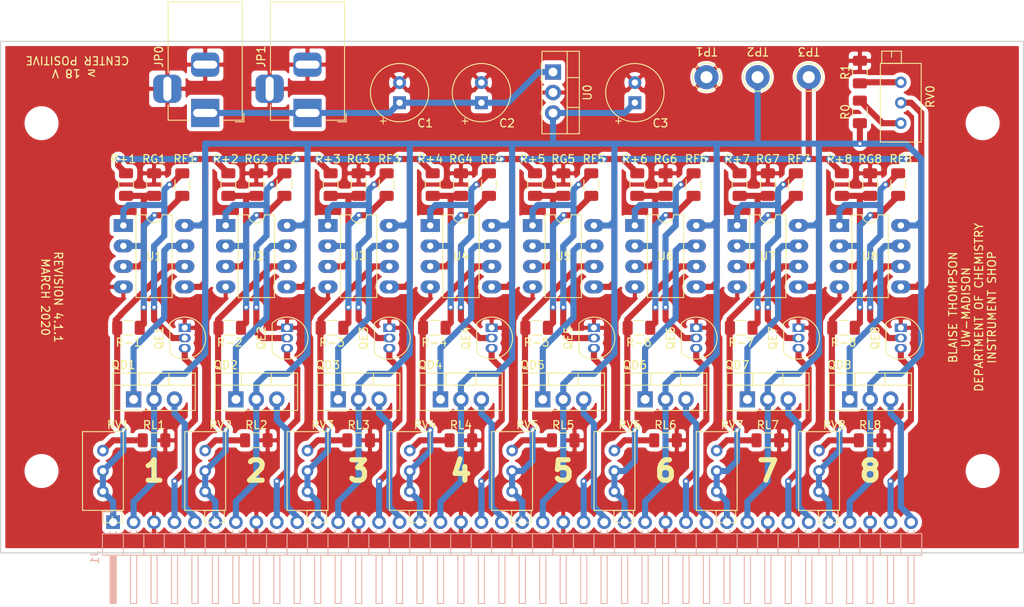
<source format=kicad_pcb>
(kicad_pcb (version 20171130) (host pcbnew 5.1.5+dfsg1-2)
  (title_block (title galvanosynth) (date 2020-03-03) (rev 4.1.1) (company "University of Wisconsin-Madison") (comment 1 "Department of Chemistry") (comment 2 "Instrument Shop") (comment 3 "Blaise Thompson") (comment 4 bthompson@chem.wisc.edu))
  (layers (0 F.Cu signal) (31 B.Cu signal) (34 B.Paste user) (35 F.Paste user) (36 B.SilkS user) (37 F.SilkS user) (38 B.Mask user) (39 F.Mask user) (44 Edge.Cuts user))
  (net 0 "")
  (net 1 +15V)
  (net 2 GND)
  (net 3 "Net-(C1-Pad1)")
  (net 4 "Net-(QD1-Pad1)")
  (net 5 "Net-(QE1-Pad2)")
  (net 6 "Net-(R0-Pad2)")
  (net 7 "Net-(QD2-Pad1)")
  (net 8 "Net-(QE2-Pad2)")
  (net 9 /8/SUPPLY)
  (net 10 /8/ERROR)
  (net 11 /8/RETURN)
  (net 12 /7/SUPPLY)
  (net 13 /7/ERROR)
  (net 14 /7/RETURN)
  (net 15 /6/SUPPLY)
  (net 16 /6/ERROR)
  (net 17 /6/RETURN)
  (net 18 /5/SUPPLY)
  (net 19 /5/ERROR)
  (net 20 /5/RETURN)
  (net 21 /4/SUPPLY)
  (net 22 /4/ERROR)
  (net 23 /4/RETURN)
  (net 24 /3/SUPPLY)
  (net 25 /3/ERROR)
  (net 26 /3/RETURN)
  (net 27 /2/SUPPLY)
  (net 28 /2/ERROR)
  (net 29 /2/RETURN)
  (net 30 /1/SUPPLY)
  (net 31 /1/ERROR)
  (net 32 /1/RETURN)
  (net 33 "Net-(QD3-Pad1)")
  (net 34 "Net-(QD4-Pad1)")
  (net 35 "Net-(QD5-Pad1)")
  (net 36 "Net-(QD6-Pad1)")
  (net 37 "Net-(QD7-Pad1)")
  (net 38 "Net-(QD8-Pad1)")
  (net 39 "Net-(QE3-Pad2)")
  (net 40 "Net-(QE4-Pad2)")
  (net 41 "Net-(QE5-Pad2)")
  (net 42 "Net-(QE6-Pad2)")
  (net 43 "Net-(QE7-Pad2)")
  (net 44 "Net-(QE8-Pad2)")
  (net 45 /1/CONTROL)
  (net 46 "Net-(R+1-Pad2)")
  (net 47 "Net-(R+2-Pad2)")
  (net 48 "Net-(R+3-Pad2)")
  (net 49 "Net-(R+4-Pad2)")
  (net 50 "Net-(R+5-Pad2)")
  (net 51 "Net-(R+6-Pad2)")
  (net 52 "Net-(R+7-Pad2)")
  (net 53 "Net-(R+8-Pad2)")
  (net 54 "Net-(R-1-Pad1)")
  (net 55 "Net-(R-2-Pad1)")
  (net 56 "Net-(R-3-Pad1)")
  (net 57 "Net-(R-4-Pad1)")
  (net 58 "Net-(R-5-Pad1)")
  (net 59 "Net-(R-6-Pad1)")
  (net 60 "Net-(R-7-Pad1)")
  (net 61 "Net-(R-8-Pad1)")
  (net 62 "Net-(R1-Pad1)")
  (net 63 "Net-(RL1-Pad2)")
  (net 64 "Net-(RL2-Pad2)")
  (net 65 "Net-(RL3-Pad2)")
  (net 66 "Net-(RL4-Pad2)")
  (net 67 "Net-(RL5-Pad2)")
  (net 68 "Net-(RL6-Pad2)")
  (net 69 "Net-(RL7-Pad2)")
  (net 70 "Net-(RL8-Pad2)")
  (module Potentiometer_THT:Potentiometer_Bourns_3296X_Horizontal (layer F.Cu) (at 139.7 114.3 90)
    (fp_text reference RV7 (at 3.175 1.905 180) (layer F.SilkS))
    (fp_text value 2k)
    (pad 3 thru_hole circle (at -5.08 0 90) (size 1.44 1.44) (drill 0.8) (layers *.Cu *.Mask) (net 14 /7/RETURN))
    (pad 2 thru_hole circle (at -2.54 0 90) (size 1.44 1.44) (drill 0.8) (layers *.Cu *.Mask) (net 14 /7/RETURN))
    (pad 1 thru_hole circle (at 0 0 90) (size 1.44 1.44) (drill 0.8) (layers *.Cu *.Mask) (net 69 "Net-(RL7-Pad2)"))
  )
  (module Resistor_SMD:R_1206_3216Metric (layer F.Cu) (at 158.75 113.03 180)
    (fp_text reference RL8 (at 0 1.905) (layer F.SilkS))
    (fp_text value 10)
    (pad 2 smd roundrect (at 1.4 0 180) (size 1.25 1.75) (layers F.Cu F.Paste F.Mask) (roundrect_rratio 0.2) (net 70 "Net-(RL8-Pad2)"))
    (pad 1 smd roundrect (at -1.4 0 180) (size 1.25 1.75) (layers F.Cu F.Paste F.Mask) (roundrect_rratio 0.2) (net 2 GND))
  )
  (module Resistor_SMD:R_1206_3216Metric (layer F.Cu) (at 146.05 113.03 180)
    (fp_text reference RL7 (at 0 1.905) (layer F.SilkS))
    (fp_text value 10)
    (pad 2 smd roundrect (at 1.4 0 180) (size 1.25 1.75) (layers F.Cu F.Paste F.Mask) (roundrect_rratio 0.2) (net 69 "Net-(RL7-Pad2)"))
    (pad 1 smd roundrect (at -1.4 0 180) (size 1.25 1.75) (layers F.Cu F.Paste F.Mask) (roundrect_rratio 0.2) (net 2 GND))
  )
  (module Resistor_SMD:R_1206_3216Metric (layer F.Cu) (at 133.35 113.03 180)
    (fp_text reference RL6 (at 0 1.905) (layer F.SilkS))
    (fp_text value 10)
    (pad 2 smd roundrect (at 1.4 0 180) (size 1.25 1.75) (layers F.Cu F.Paste F.Mask) (roundrect_rratio 0.2) (net 68 "Net-(RL6-Pad2)"))
    (pad 1 smd roundrect (at -1.4 0 180) (size 1.25 1.75) (layers F.Cu F.Paste F.Mask) (roundrect_rratio 0.2) (net 2 GND))
  )
  (module Resistor_SMD:R_1206_3216Metric (layer F.Cu) (at 120.65 113.03 180)
    (fp_text reference RL5 (at 0 1.905) (layer F.SilkS))
    (fp_text value 10)
    (pad 2 smd roundrect (at 1.4 0 180) (size 1.25 1.75) (layers F.Cu F.Paste F.Mask) (roundrect_rratio 0.2) (net 67 "Net-(RL5-Pad2)"))
    (pad 1 smd roundrect (at -1.4 0 180) (size 1.25 1.75) (layers F.Cu F.Paste F.Mask) (roundrect_rratio 0.2) (net 2 GND))
  )
  (module Resistor_SMD:R_1206_3216Metric (layer F.Cu) (at 107.95 113.03 180)
    (fp_text reference RL4 (at 0 1.905) (layer F.SilkS))
    (fp_text value 10)
    (pad 2 smd roundrect (at 1.4 0 180) (size 1.25 1.75) (layers F.Cu F.Paste F.Mask) (roundrect_rratio 0.2) (net 66 "Net-(RL4-Pad2)"))
    (pad 1 smd roundrect (at -1.4 0 180) (size 1.25 1.75) (layers F.Cu F.Paste F.Mask) (roundrect_rratio 0.2) (net 2 GND))
  )
  (module Resistor_SMD:R_1206_3216Metric (layer F.Cu) (at 95.25 113.03 180)
    (fp_text reference RL3 (at 0 1.905) (layer F.SilkS))
    (fp_text value 10)
    (pad 2 smd roundrect (at 1.4 0 180) (size 1.25 1.75) (layers F.Cu F.Paste F.Mask) (roundrect_rratio 0.2) (net 65 "Net-(RL3-Pad2)"))
    (pad 1 smd roundrect (at -1.4 0 180) (size 1.25 1.75) (layers F.Cu F.Paste F.Mask) (roundrect_rratio 0.2) (net 2 GND))
  )
  (module Resistor_SMD:R_1206_3216Metric (layer F.Cu) (at 82.55 113.03 180)
    (fp_text reference RL2 (at 0 1.905) (layer F.SilkS))
    (fp_text value 10)
    (pad 2 smd roundrect (at 1.4 0 180) (size 1.25 1.75) (layers F.Cu F.Paste F.Mask) (roundrect_rratio 0.2) (net 64 "Net-(RL2-Pad2)"))
    (pad 1 smd roundrect (at -1.4 0 180) (size 1.25 1.75) (layers F.Cu F.Paste F.Mask) (roundrect_rratio 0.2) (net 2 GND))
  )
  (module Resistor_SMD:R_1206_3216Metric (layer F.Cu) (at 69.85 113.03 180)
    (fp_text reference RL1 (at 0 1.905) (layer F.SilkS))
    (fp_text value 10)
    (pad 2 smd roundrect (at 1.4 0 180) (size 1.25 1.75) (layers F.Cu F.Paste F.Mask) (roundrect_rratio 0.2) (net 63 "Net-(RL1-Pad2)"))
    (pad 1 smd roundrect (at -1.4 0 180) (size 1.25 1.75) (layers F.Cu F.Paste F.Mask) (roundrect_rratio 0.2) (net 2 GND))
  )
  (module Resistor_SMD:R_1206_3216Metric (layer F.Cu) (at 157.48 67.31 90)
    (fp_text reference R1 (at 0 -1.82 90) (layer F.SilkS))
    (fp_text value 68)
    (pad 2 smd roundrect (at 1.4 0 90) (size 1.25 1.75) (layers F.Cu F.Paste F.Mask) (roundrect_rratio 0.2) (net 2 GND))
    (pad 1 smd roundrect (at -1.4 0 90) (size 1.25 1.75) (layers F.Cu F.Paste F.Mask) (roundrect_rratio 0.2) (net 62 "Net-(R1-Pad1)"))
  )
  (module Resistor_SMD:R_1206_3216Metric (layer F.Cu) (at 157.48 72.26 90)
    (fp_text reference R0 (at 0 -1.82 90) (layer F.SilkS))
    (fp_text value 10k)
    (pad 2 smd roundrect (at 1.4 0 90) (size 1.25 1.75) (layers F.Cu F.Paste F.Mask) (roundrect_rratio 0.2) (net 6 "Net-(R0-Pad2)"))
    (pad 1 smd roundrect (at -1.4 0 90) (size 1.25 1.75) (layers F.Cu F.Paste F.Mask) (roundrect_rratio 0.2) (net 1 +15V))
  )
  (module TestPoint:TestPoint_THTPad_D3.0mm_Drill1.5mm (layer F.Cu) (at 151.13 67.945)
    (fp_text reference TP3 (at 0 -3.175 180 unlocked) (layer F.SilkS))
    (fp_text value TestPoint)
    (pad 1 thru_hole circle (at 0 0) (size 3 3) (drill 1.5) (layers *.Cu *.Mask) (net 45 /1/CONTROL))
  )
  (module Resistor_SMD:R_1206_3216Metric (layer F.Cu) (at 158.75 81.28 90)
    (fp_text reference RG8 (at 3.175 0 180) (layer F.SilkS))
    (fp_text value 100k)
    (pad 2 smd roundrect (at 1.4 0 90) (size 1.25 1.75) (layers F.Cu F.Paste F.Mask) (roundrect_rratio 0.2) (net 2 GND))
    (pad 1 smd roundrect (at -1.4 0 90) (size 1.25 1.75) (layers F.Cu F.Paste F.Mask) (roundrect_rratio 0.2) (net 53 "Net-(R+8-Pad2)"))
  )
  (module Resistor_SMD:R_1206_3216Metric (layer F.Cu) (at 146.05 81.28 90)
    (fp_text reference RG7 (at 3.175 0 180) (layer F.SilkS))
    (fp_text value 100k)
    (pad 2 smd roundrect (at 1.4 0 90) (size 1.25 1.75) (layers F.Cu F.Paste F.Mask) (roundrect_rratio 0.2) (net 2 GND))
    (pad 1 smd roundrect (at -1.4 0 90) (size 1.25 1.75) (layers F.Cu F.Paste F.Mask) (roundrect_rratio 0.2) (net 52 "Net-(R+7-Pad2)"))
  )
  (module Resistor_SMD:R_1206_3216Metric (layer F.Cu) (at 133.35 81.28 90)
    (fp_text reference RG6 (at 3.175 0 180) (layer F.SilkS))
    (fp_text value 100k)
    (pad 2 smd roundrect (at 1.4 0 90) (size 1.25 1.75) (layers F.Cu F.Paste F.Mask) (roundrect_rratio 0.2) (net 2 GND))
    (pad 1 smd roundrect (at -1.4 0 90) (size 1.25 1.75) (layers F.Cu F.Paste F.Mask) (roundrect_rratio 0.2) (net 51 "Net-(R+6-Pad2)"))
  )
  (module Resistor_SMD:R_1206_3216Metric (layer F.Cu) (at 120.65 81.28 90)
    (fp_text reference RG5 (at 3.175 0 180) (layer F.SilkS))
    (fp_text value 100k)
    (pad 2 smd roundrect (at 1.4 0 90) (size 1.25 1.75) (layers F.Cu F.Paste F.Mask) (roundrect_rratio 0.2) (net 2 GND))
    (pad 1 smd roundrect (at -1.4 0 90) (size 1.25 1.75) (layers F.Cu F.Paste F.Mask) (roundrect_rratio 0.2) (net 50 "Net-(R+5-Pad2)"))
  )
  (module Resistor_SMD:R_1206_3216Metric (layer F.Cu) (at 107.95 81.28 90)
    (fp_text reference RG4 (at 3.175 0 180) (layer F.SilkS))
    (fp_text value 100k)
    (pad 2 smd roundrect (at 1.4 0 90) (size 1.25 1.75) (layers F.Cu F.Paste F.Mask) (roundrect_rratio 0.2) (net 2 GND))
    (pad 1 smd roundrect (at -1.4 0 90) (size 1.25 1.75) (layers F.Cu F.Paste F.Mask) (roundrect_rratio 0.2) (net 49 "Net-(R+4-Pad2)"))
  )
  (module Resistor_SMD:R_1206_3216Metric (layer F.Cu) (at 95.25 81.28 90)
    (fp_text reference RG3 (at 3.175 0 180) (layer F.SilkS))
    (fp_text value 100k)
    (pad 2 smd roundrect (at 1.4 0 90) (size 1.25 1.75) (layers F.Cu F.Paste F.Mask) (roundrect_rratio 0.2) (net 2 GND))
    (pad 1 smd roundrect (at -1.4 0 90) (size 1.25 1.75) (layers F.Cu F.Paste F.Mask) (roundrect_rratio 0.2) (net 48 "Net-(R+3-Pad2)"))
  )
  (module Resistor_SMD:R_1206_3216Metric (layer F.Cu) (at 82.55 81.28 90)
    (fp_text reference RG2 (at 3.175 0 180) (layer F.SilkS))
    (fp_text value 100k)
    (pad 2 smd roundrect (at 1.4 0 90) (size 1.25 1.75) (layers F.Cu F.Paste F.Mask) (roundrect_rratio 0.2) (net 2 GND))
    (pad 1 smd roundrect (at -1.4 0 90) (size 1.25 1.75) (layers F.Cu F.Paste F.Mask) (roundrect_rratio 0.2) (net 47 "Net-(R+2-Pad2)"))
  )
  (module Resistor_SMD:R_1206_3216Metric (layer F.Cu) (at 69.85 81.28 90)
    (fp_text reference RG1 (at 3.175 0 180) (layer F.SilkS))
    (fp_text value 100k)
    (pad 2 smd roundrect (at 1.4 0 90) (size 1.25 1.75) (layers F.Cu F.Paste F.Mask) (roundrect_rratio 0.2) (net 2 GND))
    (pad 1 smd roundrect (at -1.4 0 90) (size 1.25 1.75) (layers F.Cu F.Paste F.Mask) (roundrect_rratio 0.2) (net 46 "Net-(R+1-Pad2)"))
  )
  (module Resistor_SMD:R_1206_3216Metric (layer F.Cu) (at 162.2275 81.28 90)
    (fp_text reference RF8 (at 3.175 0.3325 180) (layer F.SilkS))
    (fp_text value 100k)
    (pad 2 smd roundrect (at 1.4 0 90) (size 1.25 1.75) (layers F.Cu F.Paste F.Mask) (roundrect_rratio 0.2) (net 44 "Net-(QE8-Pad2)"))
    (pad 1 smd roundrect (at -1.4 0 90) (size 1.25 1.75) (layers F.Cu F.Paste F.Mask) (roundrect_rratio 0.2) (net 61 "Net-(R-8-Pad1)"))
  )
  (module Resistor_SMD:R_1206_3216Metric (layer F.Cu) (at 149.5275 81.28 90)
    (fp_text reference RF7 (at 3.175 0.3325 180) (layer F.SilkS))
    (fp_text value 100k)
    (pad 2 smd roundrect (at 1.4 0 90) (size 1.25 1.75) (layers F.Cu F.Paste F.Mask) (roundrect_rratio 0.2) (net 43 "Net-(QE7-Pad2)"))
    (pad 1 smd roundrect (at -1.4 0 90) (size 1.25 1.75) (layers F.Cu F.Paste F.Mask) (roundrect_rratio 0.2) (net 60 "Net-(R-7-Pad1)"))
  )
  (module Resistor_SMD:R_1206_3216Metric (layer F.Cu) (at 136.8275 81.28 90)
    (fp_text reference RF6 (at 3.175 0.3325 180) (layer F.SilkS))
    (fp_text value 100k)
    (pad 2 smd roundrect (at 1.4 0 90) (size 1.25 1.75) (layers F.Cu F.Paste F.Mask) (roundrect_rratio 0.2) (net 42 "Net-(QE6-Pad2)"))
    (pad 1 smd roundrect (at -1.4 0 90) (size 1.25 1.75) (layers F.Cu F.Paste F.Mask) (roundrect_rratio 0.2) (net 59 "Net-(R-6-Pad1)"))
  )
  (module Resistor_SMD:R_1206_3216Metric (layer F.Cu) (at 124.1275 81.28 90)
    (fp_text reference RF5 (at 3.175 0.3325 180) (layer F.SilkS))
    (fp_text value 100k)
    (pad 2 smd roundrect (at 1.4 0 90) (size 1.25 1.75) (layers F.Cu F.Paste F.Mask) (roundrect_rratio 0.2) (net 41 "Net-(QE5-Pad2)"))
    (pad 1 smd roundrect (at -1.4 0 90) (size 1.25 1.75) (layers F.Cu F.Paste F.Mask) (roundrect_rratio 0.2) (net 58 "Net-(R-5-Pad1)"))
  )
  (module Resistor_SMD:R_1206_3216Metric (layer F.Cu) (at 111.4275 81.28 90)
    (fp_text reference RF4 (at 3.175 0.3325 180) (layer F.SilkS))
    (fp_text value 100k)
    (pad 2 smd roundrect (at 1.4 0 90) (size 1.25 1.75) (layers F.Cu F.Paste F.Mask) (roundrect_rratio 0.2) (net 40 "Net-(QE4-Pad2)"))
    (pad 1 smd roundrect (at -1.4 0 90) (size 1.25 1.75) (layers F.Cu F.Paste F.Mask) (roundrect_rratio 0.2) (net 57 "Net-(R-4-Pad1)"))
  )
  (module Resistor_SMD:R_1206_3216Metric (layer F.Cu) (at 98.7275 81.28 90)
    (fp_text reference RF3 (at 3.175 0.3325 180) (layer F.SilkS))
    (fp_text value 100k)
    (pad 2 smd roundrect (at 1.4 0 90) (size 1.25 1.75) (layers F.Cu F.Paste F.Mask) (roundrect_rratio 0.2) (net 39 "Net-(QE3-Pad2)"))
    (pad 1 smd roundrect (at -1.4 0 90) (size 1.25 1.75) (layers F.Cu F.Paste F.Mask) (roundrect_rratio 0.2) (net 56 "Net-(R-3-Pad1)"))
  )
  (module Resistor_SMD:R_1206_3216Metric (layer F.Cu) (at 86.0275 81.28 90)
    (fp_text reference RF2 (at 3.175 0.3325 180) (layer F.SilkS))
    (fp_text value 100k)
    (pad 2 smd roundrect (at 1.4 0 90) (size 1.25 1.75) (layers F.Cu F.Paste F.Mask) (roundrect_rratio 0.2) (net 8 "Net-(QE2-Pad2)"))
    (pad 1 smd roundrect (at -1.4 0 90) (size 1.25 1.75) (layers F.Cu F.Paste F.Mask) (roundrect_rratio 0.2) (net 55 "Net-(R-2-Pad1)"))
  )
  (module Resistor_SMD:R_1206_3216Metric (layer F.Cu) (at 73.3575 81.28 90)
    (fp_text reference RF1 (at 3.175 0.3025 180) (layer F.SilkS))
    (fp_text value 100k)
    (pad 2 smd roundrect (at 1.4 0 90) (size 1.25 1.75) (layers F.Cu F.Paste F.Mask) (roundrect_rratio 0.2) (net 5 "Net-(QE1-Pad2)"))
    (pad 1 smd roundrect (at -1.4 0 90) (size 1.25 1.75) (layers F.Cu F.Paste F.Mask) (roundrect_rratio 0.2) (net 54 "Net-(R-1-Pad1)"))
  )
  (module Resistor_SMD:R_1206_3216Metric (layer F.Cu) (at 155.445 99.06 180)
    (fp_text reference R-8 (at 0 -1.82) (layer F.SilkS))
    (fp_text value 1k)
    (pad 2 smd roundrect (at 1.4 0 180) (size 1.25 1.75) (layers F.Cu F.Paste F.Mask) (roundrect_rratio 0.2) (net 11 /8/RETURN))
    (pad 1 smd roundrect (at -1.4 0 180) (size 1.25 1.75) (layers F.Cu F.Paste F.Mask) (roundrect_rratio 0.2) (net 61 "Net-(R-8-Pad1)"))
  )
  (module Resistor_SMD:R_1206_3216Metric (layer F.Cu) (at 142.745 99.06 180)
    (fp_text reference R-7 (at 0 -1.82) (layer F.SilkS))
    (fp_text value 1k)
    (pad 2 smd roundrect (at 1.4 0 180) (size 1.25 1.75) (layers F.Cu F.Paste F.Mask) (roundrect_rratio 0.2) (net 14 /7/RETURN))
    (pad 1 smd roundrect (at -1.4 0 180) (size 1.25 1.75) (layers F.Cu F.Paste F.Mask) (roundrect_rratio 0.2) (net 60 "Net-(R-7-Pad1)"))
  )
  (module Resistor_SMD:R_1206_3216Metric (layer F.Cu) (at 130.045 99.06 180)
    (fp_text reference R-6 (at 0 -1.82) (layer F.SilkS))
    (fp_text value 1k)
    (pad 2 smd roundrect (at 1.4 0 180) (size 1.25 1.75) (layers F.Cu F.Paste F.Mask) (roundrect_rratio 0.2) (net 17 /6/RETURN))
    (pad 1 smd roundrect (at -1.4 0 180) (size 1.25 1.75) (layers F.Cu F.Paste F.Mask) (roundrect_rratio 0.2) (net 59 "Net-(R-6-Pad1)"))
  )
  (module Resistor_SMD:R_1206_3216Metric (layer F.Cu) (at 117.345 99.06 180)
    (fp_text reference R-5 (at 0 -1.82) (layer F.SilkS))
    (fp_text value 1k)
    (pad 2 smd roundrect (at 1.4 0 180) (size 1.25 1.75) (layers F.Cu F.Paste F.Mask) (roundrect_rratio 0.2) (net 20 /5/RETURN))
    (pad 1 smd roundrect (at -1.4 0 180) (size 1.25 1.75) (layers F.Cu F.Paste F.Mask) (roundrect_rratio 0.2) (net 58 "Net-(R-5-Pad1)"))
  )
  (module Resistor_SMD:R_1206_3216Metric (layer F.Cu) (at 104.645 99.06 180)
    (fp_text reference R-4 (at 0 -1.82) (layer F.SilkS))
    (fp_text value 1k)
    (pad 2 smd roundrect (at 1.4 0 180) (size 1.25 1.75) (layers F.Cu F.Paste F.Mask) (roundrect_rratio 0.2) (net 23 /4/RETURN))
    (pad 1 smd roundrect (at -1.4 0 180) (size 1.25 1.75) (layers F.Cu F.Paste F.Mask) (roundrect_rratio 0.2) (net 57 "Net-(R-4-Pad1)"))
  )
  (module Resistor_SMD:R_1206_3216Metric (layer F.Cu) (at 91.945 99.06 180)
    (fp_text reference R-3 (at 0 -1.82) (layer F.SilkS))
    (fp_text value 1k)
    (pad 2 smd roundrect (at 1.4 0 180) (size 1.25 1.75) (layers F.Cu F.Paste F.Mask) (roundrect_rratio 0.2) (net 26 /3/RETURN))
    (pad 1 smd roundrect (at -1.4 0 180) (size 1.25 1.75) (layers F.Cu F.Paste F.Mask) (roundrect_rratio 0.2) (net 56 "Net-(R-3-Pad1)"))
  )
  (module Resistor_SMD:R_1206_3216Metric (layer F.Cu) (at 79.245 99.06 180)
    (fp_text reference R-2 (at 0 -1.82) (layer F.SilkS))
    (fp_text value 1k)
    (pad 2 smd roundrect (at 1.4 0 180) (size 1.25 1.75) (layers F.Cu F.Paste F.Mask) (roundrect_rratio 0.2) (net 29 /2/RETURN))
    (pad 1 smd roundrect (at -1.4 0 180) (size 1.25 1.75) (layers F.Cu F.Paste F.Mask) (roundrect_rratio 0.2) (net 55 "Net-(R-2-Pad1)"))
  )
  (module Resistor_SMD:R_1206_3216Metric (layer F.Cu) (at 66.675 99.06 180)
    (fp_text reference R-1 (at 0 -1.82) (layer F.SilkS))
    (fp_text value 1k)
    (pad 2 smd roundrect (at 1.4 0 180) (size 1.25 1.75) (layers F.Cu F.Paste F.Mask) (roundrect_rratio 0.2) (net 32 /1/RETURN))
    (pad 1 smd roundrect (at -1.4 0 180) (size 1.25 1.75) (layers F.Cu F.Paste F.Mask) (roundrect_rratio 0.2) (net 54 "Net-(R-1-Pad1)"))
  )
  (module Resistor_SMD:R_1206_3216Metric (layer F.Cu) (at 155.2425 81.28 270)
    (fp_text reference R+8 (at -3.175 0.3025 180) (layer F.SilkS))
    (fp_text value 1k)
    (pad 2 smd roundrect (at 1.4 0 270) (size 1.25 1.75) (layers F.Cu F.Paste F.Mask) (roundrect_rratio 0.2) (net 53 "Net-(R+8-Pad2)"))
    (pad 1 smd roundrect (at -1.4 0 270) (size 1.25 1.75) (layers F.Cu F.Paste F.Mask) (roundrect_rratio 0.2) (net 45 /1/CONTROL))
  )
  (module Resistor_SMD:R_1206_3216Metric (layer F.Cu) (at 142.5425 81.28 270)
    (fp_text reference R+7 (at -3.175 0.3025 180) (layer F.SilkS))
    (fp_text value 1k)
    (pad 2 smd roundrect (at 1.4 0 270) (size 1.25 1.75) (layers F.Cu F.Paste F.Mask) (roundrect_rratio 0.2) (net 52 "Net-(R+7-Pad2)"))
    (pad 1 smd roundrect (at -1.4 0 270) (size 1.25 1.75) (layers F.Cu F.Paste F.Mask) (roundrect_rratio 0.2) (net 45 /1/CONTROL))
  )
  (module Resistor_SMD:R_1206_3216Metric (layer F.Cu) (at 129.8425 81.28 270)
    (fp_text reference R+6 (at -3.175 0.3025 180) (layer F.SilkS))
    (fp_text value 1k)
    (pad 2 smd roundrect (at 1.4 0 270) (size 1.25 1.75) (layers F.Cu F.Paste F.Mask) (roundrect_rratio 0.2) (net 51 "Net-(R+6-Pad2)"))
    (pad 1 smd roundrect (at -1.4 0 270) (size 1.25 1.75) (layers F.Cu F.Paste F.Mask) (roundrect_rratio 0.2) (net 45 /1/CONTROL))
  )
  (module Resistor_SMD:R_1206_3216Metric (layer F.Cu) (at 117.1425 81.28 270)
    (fp_text reference R+5 (at -3.175 0.3025 180) (layer F.SilkS))
    (fp_text value 1k)
    (pad 2 smd roundrect (at 1.4 0 270) (size 1.25 1.75) (layers F.Cu F.Paste F.Mask) (roundrect_rratio 0.2) (net 50 "Net-(R+5-Pad2)"))
    (pad 1 smd roundrect (at -1.4 0 270) (size 1.25 1.75) (layers F.Cu F.Paste F.Mask) (roundrect_rratio 0.2) (net 45 /1/CONTROL))
  )
  (module Resistor_SMD:R_1206_3216Metric (layer F.Cu) (at 104.4425 81.28 270)
    (fp_text reference R+4 (at -3.175 0.3025 180) (layer F.SilkS))
    (fp_text value 1k)
    (pad 2 smd roundrect (at 1.4 0 270) (size 1.25 1.75) (layers F.Cu F.Paste F.Mask) (roundrect_rratio 0.2) (net 49 "Net-(R+4-Pad2)"))
    (pad 1 smd roundrect (at -1.4 0 270) (size 1.25 1.75) (layers F.Cu F.Paste F.Mask) (roundrect_rratio 0.2) (net 45 /1/CONTROL))
  )
  (module Resistor_SMD:R_1206_3216Metric (layer F.Cu) (at 91.7725 81.28 270)
    (fp_text reference R+3 (at -3.175 0.3325 180) (layer F.SilkS))
    (fp_text value 1k)
    (pad 2 smd roundrect (at 1.4 0 270) (size 1.25 1.75) (layers F.Cu F.Paste F.Mask) (roundrect_rratio 0.2) (net 48 "Net-(R+3-Pad2)"))
    (pad 1 smd roundrect (at -1.4 0 270) (size 1.25 1.75) (layers F.Cu F.Paste F.Mask) (roundrect_rratio 0.2) (net 45 /1/CONTROL))
  )
  (module Resistor_SMD:R_1206_3216Metric (layer F.Cu) (at 79.0725 81.28 270)
    (fp_text reference R+2 (at -3.175 0.3325 180) (layer F.SilkS))
    (fp_text value 1k)
    (pad 2 smd roundrect (at 1.4 0 270) (size 1.25 1.75) (layers F.Cu F.Paste F.Mask) (roundrect_rratio 0.2) (net 47 "Net-(R+2-Pad2)"))
    (pad 1 smd roundrect (at -1.4 0 270) (size 1.25 1.75) (layers F.Cu F.Paste F.Mask) (roundrect_rratio 0.2) (net 45 /1/CONTROL))
  )
  (module Resistor_SMD:R_1206_3216Metric (layer F.Cu) (at 66.3725 81.28 270)
    (fp_text reference R+1 (at -3.175 0.3325 180) (layer F.SilkS))
    (fp_text value 1k)
    (pad 2 smd roundrect (at 1.4 0 270) (size 1.25 1.75) (layers F.Cu F.Paste F.Mask) (roundrect_rratio 0.2) (net 46 "Net-(R+1-Pad2)"))
    (pad 1 smd roundrect (at -1.4 0 270) (size 1.25 1.75) (layers F.Cu F.Paste F.Mask) (roundrect_rratio 0.2) (net 45 /1/CONTROL))
  )
  (module Connector_BarrelJack:BarrelJack_Horizontal (layer F.Cu) (at 88.9 72.39 270)
    (fp_text reference JP1 (at -6.985 5.75 90) (layer F.SilkS))
    (fp_text value Barrel_Jack_Switch)
    (pad 3 thru_hole roundrect (at -3 4.7 270) (size 3.5 3.5) (drill oval 3 1) (layers *.Cu *.Mask) (net 2 GND))
    (pad 2 thru_hole roundrect (at -6 0 270) (size 3 3.5) (drill oval 1 3) (layers *.Cu *.Mask) (net 2 GND))
    (pad 1 thru_hole rect (at 0 0 270) (size 3.5 3.5) (drill oval 1 3) (layers *.Cu *.Mask) (net 3 "Net-(C1-Pad1)"))
  )
  (module Connector_BarrelJack:BarrelJack_Horizontal (layer F.Cu) (at 76.2 72.39 270)
    (fp_text reference JP0 (at -6.985 5.75 90) (layer F.SilkS))
    (fp_text value Barrel_Jack_Switch)
    (pad 3 thru_hole roundrect (at -3 4.7 270) (size 3.5 3.5) (drill oval 3 1) (layers *.Cu *.Mask) (net 2 GND))
    (pad 2 thru_hole roundrect (at -6 0 270) (size 3 3.5) (drill oval 1 3) (layers *.Cu *.Mask) (net 2 GND))
    (pad 1 thru_hole rect (at 0 0 270) (size 3.5 3.5) (drill oval 1 3) (layers *.Cu *.Mask) (net 3 "Net-(C1-Pad1)"))
  )
  (module Potentiometer_THT:Potentiometer_Bourns_3296X_Horizontal (layer F.Cu) (at 76.2 114.3 90)
    (fp_text reference RV2 (at 3.175 1.905 180) (layer F.SilkS))
    (fp_text value 2k)
    (pad 3 thru_hole circle (at -5.08 0 90) (size 1.44 1.44) (drill 0.8) (layers *.Cu *.Mask) (net 29 /2/RETURN))
    (pad 2 thru_hole circle (at -2.54 0 90) (size 1.44 1.44) (drill 0.8) (layers *.Cu *.Mask) (net 29 /2/RETURN))
    (pad 1 thru_hole circle (at 0 0 90) (size 1.44 1.44) (drill 0.8) (layers *.Cu *.Mask) (net 64 "Net-(RL2-Pad2)"))
  )
  (module Package_DIP:DIP-8_W7.62mm_LongPads (layer F.Cu) (at 104.14 86.36)
    (fp_text reference U4 (at 3.81 3.81) (layer F.SilkS))
    (fp_text value LM358)
    (pad 8 thru_hole oval (at 7.62 0) (size 2.4 1.6) (drill 0.8) (layers *.Cu *.Mask) (net 1 +15V))
    (pad 4 thru_hole oval (at 0 7.62) (size 2.4 1.6) (drill 0.8) (layers *.Cu *.Mask) (net 2 GND))
    (pad 7 thru_hole oval (at 7.62 2.54) (size 2.4 1.6) (drill 0.8) (layers *.Cu *.Mask) (net 34 "Net-(QD4-Pad1)"))
    (pad 3 thru_hole oval (at 0 5.08) (size 2.4 1.6) (drill 0.8) (layers *.Cu *.Mask) (net 49 "Net-(R+4-Pad2)"))
    (pad 6 thru_hole oval (at 7.62 5.08) (size 2.4 1.6) (drill 0.8) (layers *.Cu *.Mask) (net 23 /4/RETURN))
    (pad 2 thru_hole oval (at 0 2.54) (size 2.4 1.6) (drill 0.8) (layers *.Cu *.Mask) (net 57 "Net-(R-4-Pad1)"))
    (pad 5 thru_hole oval (at 7.62 7.62) (size 2.4 1.6) (drill 0.8) (layers *.Cu *.Mask) (net 45 /1/CONTROL))
    (pad 1 thru_hole rect (at 0 0) (size 2.4 1.6) (drill 0.8) (layers *.Cu *.Mask) (net 40 "Net-(QE4-Pad2)"))
  )
  (module Package_DIP:DIP-8_W7.62mm_LongPads (layer F.Cu) (at 91.44 86.36)
    (fp_text reference U3 (at 3.81 3.81) (layer F.SilkS))
    (fp_text value LM358)
    (pad 8 thru_hole oval (at 7.62 0) (size 2.4 1.6) (drill 0.8) (layers *.Cu *.Mask) (net 1 +15V))
    (pad 4 thru_hole oval (at 0 7.62) (size 2.4 1.6) (drill 0.8) (layers *.Cu *.Mask) (net 2 GND))
    (pad 7 thru_hole oval (at 7.62 2.54) (size 2.4 1.6) (drill 0.8) (layers *.Cu *.Mask) (net 33 "Net-(QD3-Pad1)"))
    (pad 3 thru_hole oval (at 0 5.08) (size 2.4 1.6) (drill 0.8) (layers *.Cu *.Mask) (net 48 "Net-(R+3-Pad2)"))
    (pad 6 thru_hole oval (at 7.62 5.08) (size 2.4 1.6) (drill 0.8) (layers *.Cu *.Mask) (net 26 /3/RETURN))
    (pad 2 thru_hole oval (at 0 2.54) (size 2.4 1.6) (drill 0.8) (layers *.Cu *.Mask) (net 56 "Net-(R-3-Pad1)"))
    (pad 5 thru_hole oval (at 7.62 7.62) (size 2.4 1.6) (drill 0.8) (layers *.Cu *.Mask) (net 45 /1/CONTROL))
    (pad 1 thru_hole rect (at 0 0) (size 2.4 1.6) (drill 0.8) (layers *.Cu *.Mask) (net 39 "Net-(QE3-Pad2)"))
  )
  (module Package_DIP:DIP-8_W7.62mm_LongPads (layer F.Cu) (at 116.84 86.36)
    (fp_text reference U5 (at 3.81 3.81) (layer F.SilkS))
    (fp_text value LM358)
    (pad 8 thru_hole oval (at 7.62 0) (size 2.4 1.6) (drill 0.8) (layers *.Cu *.Mask) (net 1 +15V))
    (pad 4 thru_hole oval (at 0 7.62) (size 2.4 1.6) (drill 0.8) (layers *.Cu *.Mask) (net 2 GND))
    (pad 7 thru_hole oval (at 7.62 2.54) (size 2.4 1.6) (drill 0.8) (layers *.Cu *.Mask) (net 35 "Net-(QD5-Pad1)"))
    (pad 3 thru_hole oval (at 0 5.08) (size 2.4 1.6) (drill 0.8) (layers *.Cu *.Mask) (net 50 "Net-(R+5-Pad2)"))
    (pad 6 thru_hole oval (at 7.62 5.08) (size 2.4 1.6) (drill 0.8) (layers *.Cu *.Mask) (net 20 /5/RETURN))
    (pad 2 thru_hole oval (at 0 2.54) (size 2.4 1.6) (drill 0.8) (layers *.Cu *.Mask) (net 58 "Net-(R-5-Pad1)"))
    (pad 5 thru_hole oval (at 7.62 7.62) (size 2.4 1.6) (drill 0.8) (layers *.Cu *.Mask) (net 45 /1/CONTROL))
    (pad 1 thru_hole rect (at 0 0) (size 2.4 1.6) (drill 0.8) (layers *.Cu *.Mask) (net 41 "Net-(QE5-Pad2)"))
  )
  (module Package_DIP:DIP-8_W7.62mm_LongPads (layer F.Cu) (at 154.94 86.36)
    (fp_text reference U8 (at 3.81 3.81) (layer F.SilkS))
    (fp_text value LM358)
    (pad 8 thru_hole oval (at 7.62 0) (size 2.4 1.6) (drill 0.8) (layers *.Cu *.Mask) (net 1 +15V))
    (pad 4 thru_hole oval (at 0 7.62) (size 2.4 1.6) (drill 0.8) (layers *.Cu *.Mask) (net 2 GND))
    (pad 7 thru_hole oval (at 7.62 2.54) (size 2.4 1.6) (drill 0.8) (layers *.Cu *.Mask) (net 38 "Net-(QD8-Pad1)"))
    (pad 3 thru_hole oval (at 0 5.08) (size 2.4 1.6) (drill 0.8) (layers *.Cu *.Mask) (net 53 "Net-(R+8-Pad2)"))
    (pad 6 thru_hole oval (at 7.62 5.08) (size 2.4 1.6) (drill 0.8) (layers *.Cu *.Mask) (net 11 /8/RETURN))
    (pad 2 thru_hole oval (at 0 2.54) (size 2.4 1.6) (drill 0.8) (layers *.Cu *.Mask) (net 61 "Net-(R-8-Pad1)"))
    (pad 5 thru_hole oval (at 7.62 7.62) (size 2.4 1.6) (drill 0.8) (layers *.Cu *.Mask) (net 45 /1/CONTROL))
    (pad 1 thru_hole rect (at 0 0) (size 2.4 1.6) (drill 0.8) (layers *.Cu *.Mask) (net 44 "Net-(QE8-Pad2)"))
  )
  (module Package_DIP:DIP-8_W7.62mm_LongPads (layer F.Cu) (at 142.24 86.36)
    (fp_text reference U7 (at 3.81 3.81) (layer F.SilkS))
    (fp_text value LM358)
    (pad 8 thru_hole oval (at 7.62 0) (size 2.4 1.6) (drill 0.8) (layers *.Cu *.Mask) (net 1 +15V))
    (pad 4 thru_hole oval (at 0 7.62) (size 2.4 1.6) (drill 0.8) (layers *.Cu *.Mask) (net 2 GND))
    (pad 7 thru_hole oval (at 7.62 2.54) (size 2.4 1.6) (drill 0.8) (layers *.Cu *.Mask) (net 37 "Net-(QD7-Pad1)"))
    (pad 3 thru_hole oval (at 0 5.08) (size 2.4 1.6) (drill 0.8) (layers *.Cu *.Mask) (net 52 "Net-(R+7-Pad2)"))
    (pad 6 thru_hole oval (at 7.62 5.08) (size 2.4 1.6) (drill 0.8) (layers *.Cu *.Mask) (net 14 /7/RETURN))
    (pad 2 thru_hole oval (at 0 2.54) (size 2.4 1.6) (drill 0.8) (layers *.Cu *.Mask) (net 60 "Net-(R-7-Pad1)"))
    (pad 5 thru_hole oval (at 7.62 7.62) (size 2.4 1.6) (drill 0.8) (layers *.Cu *.Mask) (net 45 /1/CONTROL))
    (pad 1 thru_hole rect (at 0 0) (size 2.4 1.6) (drill 0.8) (layers *.Cu *.Mask) (net 43 "Net-(QE7-Pad2)"))
  )
  (module Package_DIP:DIP-8_W7.62mm_LongPads (layer F.Cu) (at 129.54 86.36)
    (fp_text reference U6 (at 3.81 3.81) (layer F.SilkS))
    (fp_text value LM358)
    (pad 8 thru_hole oval (at 7.62 0) (size 2.4 1.6) (drill 0.8) (layers *.Cu *.Mask) (net 1 +15V))
    (pad 4 thru_hole oval (at 0 7.62) (size 2.4 1.6) (drill 0.8) (layers *.Cu *.Mask) (net 2 GND))
    (pad 7 thru_hole oval (at 7.62 2.54) (size 2.4 1.6) (drill 0.8) (layers *.Cu *.Mask) (net 36 "Net-(QD6-Pad1)"))
    (pad 3 thru_hole oval (at 0 5.08) (size 2.4 1.6) (drill 0.8) (layers *.Cu *.Mask) (net 51 "Net-(R+6-Pad2)"))
    (pad 6 thru_hole oval (at 7.62 5.08) (size 2.4 1.6) (drill 0.8) (layers *.Cu *.Mask) (net 17 /6/RETURN))
    (pad 2 thru_hole oval (at 0 2.54) (size 2.4 1.6) (drill 0.8) (layers *.Cu *.Mask) (net 59 "Net-(R-6-Pad1)"))
    (pad 5 thru_hole oval (at 7.62 7.62) (size 2.4 1.6) (drill 0.8) (layers *.Cu *.Mask) (net 45 /1/CONTROL))
    (pad 1 thru_hole rect (at 0 0) (size 2.4 1.6) (drill 0.8) (layers *.Cu *.Mask) (net 42 "Net-(QE6-Pad2)"))
  )
  (module Package_DIP:DIP-8_W7.62mm_LongPads (layer F.Cu) (at 78.74 86.36)
    (fp_text reference U2 (at 3.81 3.81) (layer F.SilkS))
    (fp_text value LM358)
    (pad 8 thru_hole oval (at 7.62 0) (size 2.4 1.6) (drill 0.8) (layers *.Cu *.Mask) (net 1 +15V))
    (pad 4 thru_hole oval (at 0 7.62) (size 2.4 1.6) (drill 0.8) (layers *.Cu *.Mask) (net 2 GND))
    (pad 7 thru_hole oval (at 7.62 2.54) (size 2.4 1.6) (drill 0.8) (layers *.Cu *.Mask) (net 7 "Net-(QD2-Pad1)"))
    (pad 3 thru_hole oval (at 0 5.08) (size 2.4 1.6) (drill 0.8) (layers *.Cu *.Mask) (net 47 "Net-(R+2-Pad2)"))
    (pad 6 thru_hole oval (at 7.62 5.08) (size 2.4 1.6) (drill 0.8) (layers *.Cu *.Mask) (net 29 /2/RETURN))
    (pad 2 thru_hole oval (at 0 2.54) (size 2.4 1.6) (drill 0.8) (layers *.Cu *.Mask) (net 55 "Net-(R-2-Pad1)"))
    (pad 5 thru_hole oval (at 7.62 7.62) (size 2.4 1.6) (drill 0.8) (layers *.Cu *.Mask) (net 45 /1/CONTROL))
    (pad 1 thru_hole rect (at 0 0) (size 2.4 1.6) (drill 0.8) (layers *.Cu *.Mask) (net 8 "Net-(QE2-Pad2)"))
  )
  (module Package_DIP:DIP-8_W7.62mm_LongPads (layer F.Cu) (at 66.04 86.36)
    (fp_text reference U1 (at 3.81 3.81) (layer F.SilkS))
    (fp_text value LM358)
    (pad 8 thru_hole oval (at 7.62 0) (size 2.4 1.6) (drill 0.8) (layers *.Cu *.Mask) (net 1 +15V))
    (pad 4 thru_hole oval (at 0 7.62) (size 2.4 1.6) (drill 0.8) (layers *.Cu *.Mask) (net 2 GND))
    (pad 7 thru_hole oval (at 7.62 2.54) (size 2.4 1.6) (drill 0.8) (layers *.Cu *.Mask) (net 4 "Net-(QD1-Pad1)"))
    (pad 3 thru_hole oval (at 0 5.08) (size 2.4 1.6) (drill 0.8) (layers *.Cu *.Mask) (net 46 "Net-(R+1-Pad2)"))
    (pad 6 thru_hole oval (at 7.62 5.08) (size 2.4 1.6) (drill 0.8) (layers *.Cu *.Mask) (net 32 /1/RETURN))
    (pad 2 thru_hole oval (at 0 2.54) (size 2.4 1.6) (drill 0.8) (layers *.Cu *.Mask) (net 54 "Net-(R-1-Pad1)"))
    (pad 5 thru_hole oval (at 7.62 7.62) (size 2.4 1.6) (drill 0.8) (layers *.Cu *.Mask) (net 45 /1/CONTROL))
    (pad 1 thru_hole rect (at 0 0) (size 2.4 1.6) (drill 0.8) (layers *.Cu *.Mask) (net 5 "Net-(QE1-Pad2)"))
  )
  (module Potentiometer_THT:Potentiometer_Bourns_3296X_Horizontal (layer F.Cu) (at 101.6 114.3 90)
    (fp_text reference RV4 (at 3.175 1.905 180) (layer F.SilkS))
    (fp_text value 2k)
    (pad 3 thru_hole circle (at -5.08 0 90) (size 1.44 1.44) (drill 0.8) (layers *.Cu *.Mask) (net 23 /4/RETURN))
    (pad 2 thru_hole circle (at -2.54 0 90) (size 1.44 1.44) (drill 0.8) (layers *.Cu *.Mask) (net 23 /4/RETURN))
    (pad 1 thru_hole circle (at 0 0 90) (size 1.44 1.44) (drill 0.8) (layers *.Cu *.Mask) (net 66 "Net-(RL4-Pad2)"))
  )
  (module Potentiometer_THT:Potentiometer_Bourns_3296X_Horizontal (layer F.Cu) (at 88.9 114.3 90)
    (fp_text reference RV3 (at 3.175 1.905 180) (layer F.SilkS))
    (fp_text value 2k)
    (pad 3 thru_hole circle (at -5.08 0 90) (size 1.44 1.44) (drill 0.8) (layers *.Cu *.Mask) (net 26 /3/RETURN))
    (pad 2 thru_hole circle (at -2.54 0 90) (size 1.44 1.44) (drill 0.8) (layers *.Cu *.Mask) (net 26 /3/RETURN))
    (pad 1 thru_hole circle (at 0 0 90) (size 1.44 1.44) (drill 0.8) (layers *.Cu *.Mask) (net 65 "Net-(RL3-Pad2)"))
  )
  (module Potentiometer_THT:Potentiometer_Bourns_3296X_Horizontal (layer F.Cu) (at 114.3 114.3 90)
    (fp_text reference RV5 (at 3.175 1.905 180) (layer F.SilkS))
    (fp_text value 2k)
    (pad 3 thru_hole circle (at -5.08 0 90) (size 1.44 1.44) (drill 0.8) (layers *.Cu *.Mask) (net 20 /5/RETURN))
    (pad 2 thru_hole circle (at -2.54 0 90) (size 1.44 1.44) (drill 0.8) (layers *.Cu *.Mask) (net 20 /5/RETURN))
    (pad 1 thru_hole circle (at 0 0 90) (size 1.44 1.44) (drill 0.8) (layers *.Cu *.Mask) (net 67 "Net-(RL5-Pad2)"))
  )
  (module Potentiometer_THT:Potentiometer_Bourns_3296X_Horizontal (layer F.Cu) (at 152.4 114.3 90)
    (fp_text reference RV8 (at 3.175 1.905 180) (layer F.SilkS))
    (fp_text value 2k)
    (pad 3 thru_hole circle (at -5.08 0 90) (size 1.44 1.44) (drill 0.8) (layers *.Cu *.Mask) (net 11 /8/RETURN))
    (pad 2 thru_hole circle (at -2.54 0 90) (size 1.44 1.44) (drill 0.8) (layers *.Cu *.Mask) (net 11 /8/RETURN))
    (pad 1 thru_hole circle (at 0 0 90) (size 1.44 1.44) (drill 0.8) (layers *.Cu *.Mask) (net 70 "Net-(RL8-Pad2)"))
  )
  (module Potentiometer_THT:Potentiometer_Bourns_3296X_Horizontal (layer F.Cu) (at 127 114.3 90)
    (fp_text reference RV6 (at 3.175 1.905 180) (layer F.SilkS))
    (fp_text value 2k)
    (pad 3 thru_hole circle (at -5.08 0 90) (size 1.44 1.44) (drill 0.8) (layers *.Cu *.Mask) (net 17 /6/RETURN))
    (pad 2 thru_hole circle (at -2.54 0 90) (size 1.44 1.44) (drill 0.8) (layers *.Cu *.Mask) (net 17 /6/RETURN))
    (pad 1 thru_hole circle (at 0 0 90) (size 1.44 1.44) (drill 0.8) (layers *.Cu *.Mask) (net 68 "Net-(RL6-Pad2)"))
  )
  (module Potentiometer_THT:Potentiometer_Bourns_3296X_Horizontal (layer F.Cu) (at 63.5 114.3 90)
    (fp_text reference RV1 (at 3.175 1.905 180) (layer F.SilkS))
    (fp_text value 2k)
    (pad 3 thru_hole circle (at -5.08 0 90) (size 1.44 1.44) (drill 0.8) (layers *.Cu *.Mask) (net 32 /1/RETURN))
    (pad 2 thru_hole circle (at -2.54 0 90) (size 1.44 1.44) (drill 0.8) (layers *.Cu *.Mask) (net 32 /1/RETURN))
    (pad 1 thru_hole circle (at 0 0 90) (size 1.44 1.44) (drill 0.8) (layers *.Cu *.Mask) (net 63 "Net-(RL1-Pad2)"))
  )
  (module Package_TO_SOT_THT:TO-92_Inline (layer F.Cu) (at 111.76 99.06 270)
    (fp_text reference QE4 (at 1.27 3.175 90) (layer F.SilkS))
    (fp_text value 2N7000)
    (pad 1 thru_hole rect (at 0 0 270) (size 1.05 1.5) (drill 0.75) (layers *.Cu *.Mask) (net 2 GND))
    (pad 3 thru_hole oval (at 2.54 0 270) (size 1.05 1.5) (drill 0.75) (layers *.Cu *.Mask) (net 22 /4/ERROR))
    (pad 2 thru_hole oval (at 1.27 0 270) (size 1.05 1.5) (drill 0.75) (layers *.Cu *.Mask) (net 40 "Net-(QE4-Pad2)"))
  )
  (module Package_TO_SOT_THT:TO-92_Inline (layer F.Cu) (at 99.06 99.06 270)
    (fp_text reference QE3 (at 1.27 3.175 90) (layer F.SilkS))
    (fp_text value 2N7000)
    (pad 1 thru_hole rect (at 0 0 270) (size 1.05 1.5) (drill 0.75) (layers *.Cu *.Mask) (net 2 GND))
    (pad 3 thru_hole oval (at 2.54 0 270) (size 1.05 1.5) (drill 0.75) (layers *.Cu *.Mask) (net 25 /3/ERROR))
    (pad 2 thru_hole oval (at 1.27 0 270) (size 1.05 1.5) (drill 0.75) (layers *.Cu *.Mask) (net 39 "Net-(QE3-Pad2)"))
  )
  (module Package_TO_SOT_THT:TO-92_Inline (layer F.Cu) (at 124.46 99.06 270)
    (fp_text reference QE5 (at 1.27 3.175 90) (layer F.SilkS))
    (fp_text value 2N7000)
    (pad 1 thru_hole rect (at 0 0 270) (size 1.05 1.5) (drill 0.75) (layers *.Cu *.Mask) (net 2 GND))
    (pad 3 thru_hole oval (at 2.54 0 270) (size 1.05 1.5) (drill 0.75) (layers *.Cu *.Mask) (net 19 /5/ERROR))
    (pad 2 thru_hole oval (at 1.27 0 270) (size 1.05 1.5) (drill 0.75) (layers *.Cu *.Mask) (net 41 "Net-(QE5-Pad2)"))
  )
  (module Package_TO_SOT_THT:TO-92_Inline (layer F.Cu) (at 162.56 99.06 270)
    (fp_text reference QE8 (at 1.27 3.175 90) (layer F.SilkS))
    (fp_text value 2N7000)
    (pad 1 thru_hole rect (at 0 0 270) (size 1.05 1.5) (drill 0.75) (layers *.Cu *.Mask) (net 2 GND))
    (pad 3 thru_hole oval (at 2.54 0 270) (size 1.05 1.5) (drill 0.75) (layers *.Cu *.Mask) (net 10 /8/ERROR))
    (pad 2 thru_hole oval (at 1.27 0 270) (size 1.05 1.5) (drill 0.75) (layers *.Cu *.Mask) (net 44 "Net-(QE8-Pad2)"))
  )
  (module Package_TO_SOT_THT:TO-92_Inline (layer F.Cu) (at 149.86 99.06 270)
    (fp_text reference QE7 (at 1.27 3.175 90) (layer F.SilkS))
    (fp_text value 2N7000)
    (pad 1 thru_hole rect (at 0 0 270) (size 1.05 1.5) (drill 0.75) (layers *.Cu *.Mask) (net 2 GND))
    (pad 3 thru_hole oval (at 2.54 0 270) (size 1.05 1.5) (drill 0.75) (layers *.Cu *.Mask) (net 13 /7/ERROR))
    (pad 2 thru_hole oval (at 1.27 0 270) (size 1.05 1.5) (drill 0.75) (layers *.Cu *.Mask) (net 43 "Net-(QE7-Pad2)"))
  )
  (module Package_TO_SOT_THT:TO-92_Inline (layer F.Cu) (at 137.16 99.06 270)
    (fp_text reference QE6 (at 1.27 3.175 90) (layer F.SilkS))
    (fp_text value 2N7000)
    (pad 1 thru_hole rect (at 0 0 270) (size 1.05 1.5) (drill 0.75) (layers *.Cu *.Mask) (net 2 GND))
    (pad 3 thru_hole oval (at 2.54 0 270) (size 1.05 1.5) (drill 0.75) (layers *.Cu *.Mask) (net 16 /6/ERROR))
    (pad 2 thru_hole oval (at 1.27 0 270) (size 1.05 1.5) (drill 0.75) (layers *.Cu *.Mask) (net 42 "Net-(QE6-Pad2)"))
  )
  (module Package_TO_SOT_THT:TO-92_Inline (layer F.Cu) (at 86.36 99.06 270)
    (fp_text reference QE2 (at 1.27 3.175 90) (layer F.SilkS))
    (fp_text value 2N7000)
    (pad 1 thru_hole rect (at 0 0 270) (size 1.05 1.5) (drill 0.75) (layers *.Cu *.Mask) (net 2 GND))
    (pad 3 thru_hole oval (at 2.54 0 270) (size 1.05 1.5) (drill 0.75) (layers *.Cu *.Mask) (net 28 /2/ERROR))
    (pad 2 thru_hole oval (at 1.27 0 270) (size 1.05 1.5) (drill 0.75) (layers *.Cu *.Mask) (net 8 "Net-(QE2-Pad2)"))
  )
  (module Package_TO_SOT_THT:TO-92_Inline (layer F.Cu) (at 73.66 99.06 270)
    (fp_text reference QE1 (at 1.27 3.175 90) (layer F.SilkS))
    (fp_text value 2N7000)
    (pad 1 thru_hole rect (at 0 0 270) (size 1.05 1.5) (drill 0.75) (layers *.Cu *.Mask) (net 2 GND))
    (pad 3 thru_hole oval (at 2.54 0 270) (size 1.05 1.5) (drill 0.75) (layers *.Cu *.Mask) (net 31 /1/ERROR))
    (pad 2 thru_hole oval (at 1.27 0 270) (size 1.05 1.5) (drill 0.75) (layers *.Cu *.Mask) (net 5 "Net-(QE1-Pad2)"))
  )
  (module Package_TO_SOT_THT:TO-220-3_Vertical (layer F.Cu) (at 105.41 107.95)
    (fp_text reference QD4 (at -1.27 -4.27) (layer F.SilkS))
    (fp_text value IRF630)
    (pad 3 thru_hole oval (at 5.08 0) (size 1.905 2) (drill 1.1) (layers *.Cu *.Mask) (net 21 /4/SUPPLY))
    (pad 2 thru_hole oval (at 2.54 0) (size 1.905 2) (drill 1.1) (layers *.Cu *.Mask) (net 1 +15V))
    (pad 1 thru_hole rect (at 0 0) (size 1.905 2) (drill 1.1) (layers *.Cu *.Mask) (net 34 "Net-(QD4-Pad1)"))
  )
  (module Package_TO_SOT_THT:TO-220-3_Vertical (layer F.Cu) (at 92.71 107.95)
    (fp_text reference QD3 (at -1.27 -4.27) (layer F.SilkS))
    (fp_text value IRF630)
    (pad 3 thru_hole oval (at 5.08 0) (size 1.905 2) (drill 1.1) (layers *.Cu *.Mask) (net 24 /3/SUPPLY))
    (pad 2 thru_hole oval (at 2.54 0) (size 1.905 2) (drill 1.1) (layers *.Cu *.Mask) (net 1 +15V))
    (pad 1 thru_hole rect (at 0 0) (size 1.905 2) (drill 1.1) (layers *.Cu *.Mask) (net 33 "Net-(QD3-Pad1)"))
  )
  (module Package_TO_SOT_THT:TO-220-3_Vertical (layer F.Cu) (at 118.11 107.95)
    (fp_text reference QD5 (at -1.27 -4.27) (layer F.SilkS))
    (fp_text value IRF630)
    (pad 3 thru_hole oval (at 5.08 0) (size 1.905 2) (drill 1.1) (layers *.Cu *.Mask) (net 18 /5/SUPPLY))
    (pad 2 thru_hole oval (at 2.54 0) (size 1.905 2) (drill 1.1) (layers *.Cu *.Mask) (net 1 +15V))
    (pad 1 thru_hole rect (at 0 0) (size 1.905 2) (drill 1.1) (layers *.Cu *.Mask) (net 35 "Net-(QD5-Pad1)"))
  )
  (module Package_TO_SOT_THT:TO-220-3_Vertical (layer F.Cu) (at 156.21 107.95)
    (fp_text reference QD8 (at -1.27 -4.27) (layer F.SilkS))
    (fp_text value IRF630)
    (pad 3 thru_hole oval (at 5.08 0) (size 1.905 2) (drill 1.1) (layers *.Cu *.Mask) (net 9 /8/SUPPLY))
    (pad 2 thru_hole oval (at 2.54 0) (size 1.905 2) (drill 1.1) (layers *.Cu *.Mask) (net 1 +15V))
    (pad 1 thru_hole rect (at 0 0) (size 1.905 2) (drill 1.1) (layers *.Cu *.Mask) (net 38 "Net-(QD8-Pad1)"))
  )
  (module Package_TO_SOT_THT:TO-220-3_Vertical (layer F.Cu) (at 143.51 107.95)
    (fp_text reference QD7 (at -1.27 -4.27) (layer F.SilkS))
    (fp_text value IRF630)
    (pad 3 thru_hole oval (at 5.08 0) (size 1.905 2) (drill 1.1) (layers *.Cu *.Mask) (net 12 /7/SUPPLY))
    (pad 2 thru_hole oval (at 2.54 0) (size 1.905 2) (drill 1.1) (layers *.Cu *.Mask) (net 1 +15V))
    (pad 1 thru_hole rect (at 0 0) (size 1.905 2) (drill 1.1) (layers *.Cu *.Mask) (net 37 "Net-(QD7-Pad1)"))
  )
  (module Package_TO_SOT_THT:TO-220-3_Vertical (layer F.Cu) (at 130.81 107.95)
    (fp_text reference QD6 (at -1.27 -4.27) (layer F.SilkS))
    (fp_text value IRF630)
    (pad 3 thru_hole oval (at 5.08 0) (size 1.905 2) (drill 1.1) (layers *.Cu *.Mask) (net 15 /6/SUPPLY))
    (pad 2 thru_hole oval (at 2.54 0) (size 1.905 2) (drill 1.1) (layers *.Cu *.Mask) (net 1 +15V))
    (pad 1 thru_hole rect (at 0 0) (size 1.905 2) (drill 1.1) (layers *.Cu *.Mask) (net 36 "Net-(QD6-Pad1)"))
  )
  (module Package_TO_SOT_THT:TO-220-3_Vertical (layer F.Cu) (at 80.01 107.95)
    (fp_text reference QD2 (at -1.27 -4.27) (layer F.SilkS))
    (fp_text value IRF630)
    (pad 3 thru_hole oval (at 5.08 0) (size 1.905 2) (drill 1.1) (layers *.Cu *.Mask) (net 27 /2/SUPPLY))
    (pad 2 thru_hole oval (at 2.54 0) (size 1.905 2) (drill 1.1) (layers *.Cu *.Mask) (net 1 +15V))
    (pad 1 thru_hole rect (at 0 0) (size 1.905 2) (drill 1.1) (layers *.Cu *.Mask) (net 7 "Net-(QD2-Pad1)"))
  )
  (module Package_TO_SOT_THT:TO-220-3_Vertical (layer F.Cu) (at 67.31 107.95)
    (fp_text reference QD1 (at -1.27 -4.27) (layer F.SilkS))
    (fp_text value IRF630)
    (pad 3 thru_hole oval (at 5.08 0) (size 1.905 2) (drill 1.1) (layers *.Cu *.Mask) (net 30 /1/SUPPLY))
    (pad 2 thru_hole oval (at 2.54 0) (size 1.905 2) (drill 1.1) (layers *.Cu *.Mask) (net 1 +15V))
    (pad 1 thru_hole rect (at 0 0) (size 1.905 2) (drill 1.1) (layers *.Cu *.Mask) (net 4 "Net-(QD1-Pad1)"))
  )
  (module Package_TO_SOT_THT:TO-220-3_Vertical (layer F.Cu) (at 119.38 67.31 270)
    (fp_text reference U0 (at 2.54 -4.27 90) (layer F.SilkS))
    (fp_text value L7815)
    (pad 3 thru_hole oval (at 5.08 0 270) (size 1.905 2) (drill 1.1) (layers *.Cu *.Mask) (net 1 +15V))
    (pad 2 thru_hole oval (at 2.54 0 270) (size 1.905 2) (drill 1.1) (layers *.Cu *.Mask) (net 2 GND))
    (pad 1 thru_hole rect (at 0 0 270) (size 1.905 2) (drill 1.1) (layers *.Cu *.Mask) (net 3 "Net-(C1-Pad1)"))
  )
  (module Potentiometer_THT:Potentiometer_Bourns_3296X_Horizontal (layer F.Cu) (at 162.56 73.66 270)
    (fp_text reference RV0 (at -3.3 -3.66 90) (layer F.SilkS))
    (fp_text value 1k)
    (pad 3 thru_hole circle (at -5.08 0 270) (size 1.44 1.44) (drill 0.8) (layers *.Cu *.Mask) (net 62 "Net-(R1-Pad1)"))
    (pad 2 thru_hole circle (at -2.54 0 270) (size 1.44 1.44) (drill 0.8) (layers *.Cu *.Mask) (net 45 /1/CONTROL))
    (pad 1 thru_hole circle (at 0 0 270) (size 1.44 1.44) (drill 0.8) (layers *.Cu *.Mask) (net 6 "Net-(R0-Pad2)"))
  )
  (module MountingHole:MountingHole_3.2mm_M3 (layer F.Cu) (at 55.88 116.84)
    (fp_text reference REF** hide)
    (fp_text value MountingHole_3.2mm_M3 hide)
    (pad 1 np_thru_hole circle (at 0 0) (size 3.2 3.2) (drill 3.2) (layers *.Cu *.Mask))
  )
  (module MountingHole:MountingHole_3.2mm_M3 (layer F.Cu) (at 55.88 73.66)
    (fp_text reference REF** hide)
    (fp_text value MountingHole_3.2mm_M3 hide)
    (pad 1 np_thru_hole circle (at 0 0) (size 3.2 3.2) (drill 3.2) (layers *.Cu *.Mask))
  )
  (module MountingHole:MountingHole_3.2mm_M3 (layer F.Cu) (at 172.72 73.66)
    (fp_text reference REF** hide)
    (fp_text value MountingHole_3.2mm_M3 hide)
    (pad 1 np_thru_hole circle (at 0 0) (size 3.2 3.2) (drill 3.2) (layers *.Cu *.Mask))
  )
  (module MountingHole:MountingHole_3.2mm_M3 (layer F.Cu) (at 172.72 116.84)
    (fp_text reference REF** hide)
    (fp_text value MountingHole_3.2mm_M3 hide)
    (pad 1 np_thru_hole circle (at 0 0) (size 3.2 3.2) (drill 3.2) (layers *.Cu *.Mask))
  )
  (module Connector_PinHeader_2.54mm:PinHeader_1x40_P2.54mm_Horizontal (layer B.Cu) (at 64.77 123.19 270)
    (fp_text reference J1 (at 4.385 2.27 270) (layer B.SilkS) (effects (justify mirror)))
    (fp_text value Conn_01x40)
    (pad 40 thru_hole oval (at 0 -99.06 270) (size 1.7 1.7) (drill 1) (layers *.Cu *.Mask) (net 9 /8/SUPPLY))
    (pad 39 thru_hole oval (at 0 -96.52 270) (size 1.7 1.7) (drill 1) (layers *.Cu *.Mask) (net 10 /8/ERROR))
    (pad 38 thru_hole oval (at 0 -93.98 270) (size 1.7 1.7) (drill 1) (layers *.Cu *.Mask) (net 2 GND))
    (pad 37 thru_hole oval (at 0 -91.44 270) (size 1.7 1.7) (drill 1) (layers *.Cu *.Mask) (net 1 +15V))
    (pad 36 thru_hole oval (at 0 -88.9 270) (size 1.7 1.7) (drill 1) (layers *.Cu *.Mask) (net 11 /8/RETURN))
    (pad 35 thru_hole oval (at 0 -86.36 270) (size 1.7 1.7) (drill 1) (layers *.Cu *.Mask) (net 12 /7/SUPPLY))
    (pad 34 thru_hole oval (at 0 -83.82 270) (size 1.7 1.7) (drill 1) (layers *.Cu *.Mask) (net 13 /7/ERROR))
    (pad 33 thru_hole oval (at 0 -81.28 270) (size 1.7 1.7) (drill 1) (layers *.Cu *.Mask) (net 2 GND))
    (pad 32 thru_hole oval (at 0 -78.74 270) (size 1.7 1.7) (drill 1) (layers *.Cu *.Mask) (net 1 +15V))
    (pad 31 thru_hole oval (at 0 -76.2 270) (size 1.7 1.7) (drill 1) (layers *.Cu *.Mask) (net 14 /7/RETURN))
    (pad 30 thru_hole oval (at 0 -73.66 270) (size 1.7 1.7) (drill 1) (layers *.Cu *.Mask) (net 15 /6/SUPPLY))
    (pad 29 thru_hole oval (at 0 -71.12 270) (size 1.7 1.7) (drill 1) (layers *.Cu *.Mask) (net 16 /6/ERROR))
    (pad 28 thru_hole oval (at 0 -68.58 270) (size 1.7 1.7) (drill 1) (layers *.Cu *.Mask) (net 2 GND))
    (pad 27 thru_hole oval (at 0 -66.04 270) (size 1.7 1.7) (drill 1) (layers *.Cu *.Mask) (net 1 +15V))
    (pad 26 thru_hole oval (at 0 -63.5 270) (size 1.7 1.7) (drill 1) (layers *.Cu *.Mask) (net 17 /6/RETURN))
    (pad 25 thru_hole oval (at 0 -60.96 270) (size 1.7 1.7) (drill 1) (layers *.Cu *.Mask) (net 18 /5/SUPPLY))
    (pad 24 thru_hole oval (at 0 -58.42 270) (size 1.7 1.7) (drill 1) (layers *.Cu *.Mask) (net 19 /5/ERROR))
    (pad 23 thru_hole oval (at 0 -55.88 270) (size 1.7 1.7) (drill 1) (layers *.Cu *.Mask) (net 2 GND))
    (pad 22 thru_hole oval (at 0 -53.34 270) (size 1.7 1.7) (drill 1) (layers *.Cu *.Mask) (net 1 +15V))
    (pad 21 thru_hole oval (at 0 -50.8 270) (size 1.7 1.7) (drill 1) (layers *.Cu *.Mask) (net 20 /5/RETURN))
    (pad 20 thru_hole oval (at 0 -48.26 270) (size 1.7 1.7) (drill 1) (layers *.Cu *.Mask) (net 21 /4/SUPPLY))
    (pad 19 thru_hole oval (at 0 -45.72 270) (size 1.7 1.7) (drill 1) (layers *.Cu *.Mask) (net 22 /4/ERROR))
    (pad 18 thru_hole oval (at 0 -43.18 270) (size 1.7 1.7) (drill 1) (layers *.Cu *.Mask) (net 2 GND))
    (pad 17 thru_hole oval (at 0 -40.64 270) (size 1.7 1.7) (drill 1) (layers *.Cu *.Mask) (net 1 +15V))
    (pad 16 thru_hole oval (at 0 -38.1 270) (size 1.7 1.7) (drill 1) (layers *.Cu *.Mask) (net 23 /4/RETURN))
    (pad 15 thru_hole oval (at 0 -35.56 270) (size 1.7 1.7) (drill 1) (layers *.Cu *.Mask) (net 24 /3/SUPPLY))
    (pad 14 thru_hole oval (at 0 -33.02 270) (size 1.7 1.7) (drill 1) (layers *.Cu *.Mask) (net 25 /3/ERROR))
    (pad 13 thru_hole oval (at 0 -30.48 270) (size 1.7 1.7) (drill 1) (layers *.Cu *.Mask) (net 2 GND))
    (pad 12 thru_hole oval (at 0 -27.94 270) (size 1.7 1.7) (drill 1) (layers *.Cu *.Mask) (net 1 +15V))
    (pad 11 thru_hole oval (at 0 -25.4 270) (size 1.7 1.7) (drill 1) (layers *.Cu *.Mask) (net 26 /3/RETURN))
    (pad 10 thru_hole oval (at 0 -22.86 270) (size 1.7 1.7) (drill 1) (layers *.Cu *.Mask) (net 27 /2/SUPPLY))
    (pad 9 thru_hole oval (at 0 -20.32 270) (size 1.7 1.7) (drill 1) (layers *.Cu *.Mask) (net 28 /2/ERROR))
    (pad 8 thru_hole oval (at 0 -17.78 270) (size 1.7 1.7) (drill 1) (layers *.Cu *.Mask) (net 2 GND))
    (pad 7 thru_hole oval (at 0 -15.24 270) (size 1.7 1.7) (drill 1) (layers *.Cu *.Mask) (net 1 +15V))
    (pad 6 thru_hole oval (at 0 -12.7 270) (size 1.7 1.7) (drill 1) (layers *.Cu *.Mask) (net 29 /2/RETURN))
    (pad 5 thru_hole oval (at 0 -10.16 270) (size 1.7 1.7) (drill 1) (layers *.Cu *.Mask) (net 30 /1/SUPPLY))
    (pad 4 thru_hole oval (at 0 -7.62 270) (size 1.7 1.7) (drill 1) (layers *.Cu *.Mask) (net 31 /1/ERROR))
    (pad 3 thru_hole oval (at 0 -5.08 270) (size 1.7 1.7) (drill 1) (layers *.Cu *.Mask) (net 2 GND))
    (pad 2 thru_hole oval (at 0 -2.54 270) (size 1.7 1.7) (drill 1) (layers *.Cu *.Mask) (net 1 +15V))
    (pad 1 thru_hole rect (at 0 0 270) (size 1.7 1.7) (drill 1) (layers *.Cu *.Mask) (net 32 /1/RETURN))
  )
  (module TestPoint:TestPoint_THTPad_D3.0mm_Drill1.5mm (layer F.Cu) (at 144.78 67.945)
    (fp_text reference TP2 (at 0 -3.175 180 unlocked) (layer F.SilkS))
    (fp_text value TestPoint)
    (pad 1 thru_hole circle (at 0 0) (size 3 3) (drill 1.5) (layers *.Cu *.Mask) (net 1 +15V))
  )
  (module TestPoint:TestPoint_THTPad_D3.0mm_Drill1.5mm (layer F.Cu) (at 138.43 67.945)
    (fp_text reference TP1 (at 0 -3.175 180 unlocked) (layer F.SilkS))
    (fp_text value TestPoint)
    (pad 1 thru_hole circle (at 0 0) (size 3 3) (drill 1.5) (layers *.Cu *.Mask) (net 2 GND))
  )
  (module Capacitor_THT:CP_Radial_Tantal_D7.0mm_P2.50mm (layer F.Cu) (at 129.54 71.12 90)
    (fp_text reference C3 (at -2.54 3.175 180) (layer F.SilkS))
    (fp_text value 100nF)
    (pad 2 thru_hole circle (at 2.5 0 90) (size 1.6 1.6) (drill 0.8) (layers *.Cu *.Mask) (net 2 GND))
    (pad 1 thru_hole rect (at 0 0 90) (size 1.6 1.6) (drill 0.8) (layers *.Cu *.Mask) (net 1 +15V))
  )
  (module Capacitor_THT:CP_Radial_Tantal_D7.0mm_P2.50mm (layer F.Cu) (at 110.49 71.12 90)
    (fp_text reference C2 (at -2.54 3.175 180) (layer F.SilkS))
    (fp_text value 330nF)
    (pad 2 thru_hole circle (at 2.5 0 90) (size 1.6 1.6) (drill 0.8) (layers *.Cu *.Mask) (net 2 GND))
    (pad 1 thru_hole rect (at 0 0 90) (size 1.6 1.6) (drill 0.8) (layers *.Cu *.Mask) (net 3 "Net-(C1-Pad1)"))
  )
  (module Capacitor_THT:CP_Radial_Tantal_D7.0mm_P2.50mm (layer F.Cu) (at 100.33 71.12 90)
    (fp_text reference C1 (at -2.54 3.175 180) (layer F.SilkS))
    (fp_text value 100uF)
    (pad 2 thru_hole circle (at 2.5 0 90) (size 1.6 1.6) (drill 0.8) (layers *.Cu *.Mask) (net 2 GND))
    (pad 1 thru_hole rect (at 0 0 90) (size 1.6 1.6) (drill 0.8) (layers *.Cu *.Mask) (net 3 "Net-(C1-Pad1)"))
  )
  (gr_text " ≥ 18 V\nCENTER POSITIVE" (at 60.325 66.675 180) (layer F.SilkS) (effects (font (size 1 1))))
  (gr_text "BLAISE THOMPSON\nUW-MADISON\nDEPARTMENT OF CHEMISTRY\nINSTRUMENT SHOP" (at 171.45 96.52 90) (layer F.SilkS) (effects (font (size 1 1))))
  (gr_text "REVISION 4.1.1\nMARCH 2020" (at 57.15 95.25 270) (layer F.SilkS) (effects (font (size 1 1))))
  (gr_text 8 (at 158.75 116.84) (layer F.SilkS) (effects (font (size 2.54 2.54) (thickness 0.635))))
  (gr_text 7 (at 146.05 116.84) (layer F.SilkS) (effects (font (size 2.54 2.54) (thickness 0.635))))
  (gr_text 6 (at 133.35 116.84) (layer F.SilkS) (effects (font (size 2.54 2.54) (thickness 0.635))))
  (gr_text 5 (at 120.65 116.84) (layer F.SilkS) (effects (font (size 2.54 2.54) (thickness 0.635))))
  (gr_text 2 (at 82.55 116.84) (layer F.SilkS) (effects (font (size 2.54 2.54) (thickness 0.635))))
  (gr_text 4 (at 107.95 116.84) (layer F.SilkS) (effects (font (size 2.54 2.54) (thickness 0.635))))
  (gr_text 3 (at 95.25 116.84) (layer F.SilkS) (effects (font (size 2.54 2.54) (thickness 0.635))))
  (gr_text 1 (at 69.85 116.84) (layer F.SilkS) (effects (font (size 2.54 2.54) (thickness 0.635))))
  (gr_line (start 50.8 127) (end 177.8 127) (layer Edge.Cuts) (width 0.15))
  (gr_line (start 50.8 63.5) (end 177.8 63.5) (layer Edge.Cuts) (width 0.15))
  (gr_line (start 50.8 127) (end 50.8 63.5) (layer Edge.Cuts) (width 0.15))
  (gr_line (start 177.8 127) (end 177.8 63.5) (layer Edge.Cuts) (width 0.15))
  (segment (start 75.622 86.36) (end 76.2 85.782) (width 0.762) (layer B.Cu) (net 1))
  (segment (start 73.66 86.36) (end 75.622 86.36) (width 0.762) (layer B.Cu) (net 1))
  (segment (start 76.2 85.782) (end 76.2 76.2) (width 0.762) (layer B.Cu) (net 1))
  (segment (start 88.322 86.36) (end 86.36 86.36) (width 0.762) (layer B.Cu) (net 1))
  (segment (start 88.9 85.782) (end 88.322 86.36) (width 0.762) (layer B.Cu) (net 1))
  (segment (start 76.2 76.2) (end 88.9 76.2) (width 0.762) (layer B.Cu) (net 1))
  (segment (start 88.9 76.2) (end 88.9 85.09) (width 0.762) (layer B.Cu) (net 1))
  (segment (start 101.022 86.36) (end 99.06 86.36) (width 0.762) (layer B.Cu) (net 1))
  (segment (start 101.6 76.2) (end 101.6 85.782) (width 0.762) (layer B.Cu) (net 1))
  (segment (start 101.6 85.782) (end 101.022 86.36) (width 0.762) (layer B.Cu) (net 1))
  (segment (start 88.9 76.2) (end 101.6 76.2) (width 0.762) (layer B.Cu) (net 1))
  (segment (start 69.85 107.95) (end 69.85 106.045) (width 0.762) (layer B.Cu) (net 1))
  (segment (start 69.85 106.045) (end 71.12 104.775) (width 0.762) (layer B.Cu) (net 1))
  (segment (start 71.12 104.775) (end 73.66 104.775) (width 0.762) (layer B.Cu) (net 1))
  (segment (start 73.66 104.775) (end 76.2 102.235) (width 0.762) (layer B.Cu) (net 1))
  (segment (start 76.2 102.235) (end 76.2 98.425) (width 0.762) (layer B.Cu) (net 1))
  (segment (start 76.2 98.425) (end 76.2 97.79) (width 0.762) (layer B.Cu) (net 1))
  (segment (start 76.2 85.782) (end 76.2 97.79) (width 0.762) (layer B.Cu) (net 1))
  (segment (start 76.2 97.79) (end 76.2 98.032) (width 0.762) (layer B.Cu) (net 1))
  (segment (start 95.25 107.95) (end 95.25 106.045) (width 0.762) (layer B.Cu) (net 1))
  (segment (start 95.25 106.045) (end 96.52 104.775) (width 0.762) (layer B.Cu) (net 1))
  (segment (start 96.52 104.775) (end 99.06 104.775) (width 0.762) (layer B.Cu) (net 1))
  (segment (start 99.06 104.775) (end 101.6 102.235) (width 0.762) (layer B.Cu) (net 1))
  (segment (start 101.6 102.235) (end 101.6 85.782) (width 0.762) (layer B.Cu) (net 1))
  (segment (start 112.395 104.775) (end 114.3 102.87) (width 0.762) (layer B.Cu) (net 1))
  (segment (start 101.6 76.2) (end 114.3 76.2) (width 0.762) (layer B.Cu) (net 1))
  (segment (start 107.95 107.95) (end 107.95 106.045) (width 0.762) (layer B.Cu) (net 1))
  (segment (start 107.95 106.045) (end 109.22 104.775) (width 0.762) (layer B.Cu) (net 1))
  (segment (start 109.22 104.775) (end 112.395 104.775) (width 0.762) (layer B.Cu) (net 1))
  (segment (start 120.65 107.95) (end 120.65 106.045) (width 0.762) (layer B.Cu) (net 1))
  (segment (start 120.65 106.045) (end 121.92 104.775) (width 0.762) (layer B.Cu) (net 1))
  (segment (start 121.92 104.775) (end 124.46 104.775) (width 0.762) (layer B.Cu) (net 1))
  (segment (start 124.46 104.775) (end 127 102.235) (width 0.762) (layer B.Cu) (net 1))
  (segment (start 127 76.2) (end 129.54 76.2) (width 0.762) (layer B.Cu) (net 1))
  (segment (start 127 85.782) (end 127 85.09) (width 0.762) (layer B.Cu) (net 1))
  (segment (start 126.422 86.36) (end 127 85.782) (width 0.762) (layer B.Cu) (net 1))
  (segment (start 124.46 86.36) (end 126.422 86.36) (width 0.762) (layer B.Cu) (net 1))
  (segment (start 127 102.235) (end 127 85.09) (width 0.762) (layer B.Cu) (net 1))
  (segment (start 127 85.09) (end 127 76.2) (width 0.762) (layer B.Cu) (net 1))
  (segment (start 165.1 78.105) (end 165.1 85.782) (width 0.762) (layer B.Cu) (net 1))
  (segment (start 164.522 86.36) (end 162.56 86.36) (width 0.762) (layer B.Cu) (net 1))
  (segment (start 165.1 85.782) (end 164.522 86.36) (width 0.762) (layer B.Cu) (net 1))
  (segment (start 163.195 76.2) (end 165.1 78.105) (width 0.762) (layer B.Cu) (net 1))
  (segment (start 165.1 85.782) (end 165.1 102.235) (width 0.762) (layer B.Cu) (net 1))
  (segment (start 158.75 107.95) (end 158.75 106.045) (width 0.762) (layer B.Cu) (net 1))
  (segment (start 158.75 106.045) (end 160.02 104.775) (width 0.762) (layer B.Cu) (net 1))
  (segment (start 160.02 104.775) (end 162.56 104.775) (width 0.762) (layer B.Cu) (net 1))
  (segment (start 162.56 104.775) (end 165.1 102.235) (width 0.762) (layer B.Cu) (net 1))
  (segment (start 146.05 107.95) (end 146.05 106.045) (width 0.762) (layer B.Cu) (net 1))
  (segment (start 146.05 106.045) (end 147.32 104.775) (width 0.762) (layer B.Cu) (net 1))
  (segment (start 147.32 104.775) (end 149.86 104.775) (width 0.762) (layer B.Cu) (net 1))
  (segment (start 149.86 104.775) (end 152.4 102.235) (width 0.762) (layer B.Cu) (net 1))
  (segment (start 133.35 107.95) (end 133.35 106.045) (width 0.762) (layer B.Cu) (net 1))
  (segment (start 133.35 106.045) (end 134.62 104.775) (width 0.762) (layer B.Cu) (net 1))
  (segment (start 134.62 104.775) (end 137.16 104.775) (width 0.762) (layer B.Cu) (net 1))
  (segment (start 137.16 104.775) (end 139.7 102.235) (width 0.762) (layer B.Cu) (net 1))
  (segment (start 139.7 77.923118) (end 139.7 76.2) (width 0.762) (layer B.Cu) (net 1))
  (segment (start 129.54 76.2) (end 139.7 76.2) (width 0.762) (layer B.Cu) (net 1))
  (segment (start 114.3 85.782) (end 113.722 86.36) (width 0.762) (layer B.Cu) (net 1))
  (segment (start 113.722 86.36) (end 111.76 86.36) (width 0.762) (layer B.Cu) (net 1))
  (segment (start 114.3 85.09) (end 114.3 85.782) (width 0.762) (layer B.Cu) (net 1))
  (segment (start 114.3 85.09) (end 114.3 76.2) (width 0.762) (layer B.Cu) (net 1))
  (segment (start 114.3 102.87) (end 114.3 85.09) (width 0.762) (layer B.Cu) (net 1))
  (segment (start 139.7 85.782) (end 139.122 86.36) (width 0.762) (layer B.Cu) (net 1))
  (segment (start 139.7 85.09) (end 139.7 85.782) (width 0.762) (layer B.Cu) (net 1))
  (segment (start 139.122 86.36) (end 137.16 86.36) (width 0.762) (layer B.Cu) (net 1))
  (segment (start 139.7 85.09) (end 139.7 77.923118) (width 0.762) (layer B.Cu) (net 1))
  (segment (start 139.7 102.235) (end 139.7 85.09) (width 0.762) (layer B.Cu) (net 1))
  (segment (start 152.4 85.782) (end 151.822 86.36) (width 0.762) (layer B.Cu) (net 1))
  (segment (start 152.4 85.09) (end 152.4 85.782) (width 0.762) (layer B.Cu) (net 1))
  (segment (start 151.822 86.36) (end 149.86 86.36) (width 0.762) (layer B.Cu) (net 1))
  (segment (start 152.4 85.09) (end 152.4 76.2) (width 0.762) (layer B.Cu) (net 1))
  (segment (start 152.4 102.235) (end 152.4 85.09) (width 0.762) (layer B.Cu) (net 1))
  (segment (start 88.9 102.235) (end 88.9 85.725) (width 0.762) (layer B.Cu) (net 1))
  (segment (start 86.36 104.775) (end 88.9 102.235) (width 0.762) (layer B.Cu) (net 1))
  (segment (start 83.82 104.775) (end 86.36 104.775) (width 0.762) (layer B.Cu) (net 1))
  (segment (start 82.55 106.045) (end 83.82 104.775) (width 0.762) (layer B.Cu) (net 1))
  (segment (start 88.9 85.725) (end 88.9 85.782) (width 0.762) (layer B.Cu) (net 1))
  (segment (start 88.9 85.09) (end 88.9 85.725) (width 0.762) (layer B.Cu) (net 1))
  (segment (start 82.55 107.95) (end 82.55 106.045) (width 0.762) (layer B.Cu) (net 1))
  (segment (start 128.27 72.39) (end 129.54 71.12) (width 0.762) (layer B.Cu) (net 1))
  (segment (start 119.38 72.39) (end 128.27 72.39) (width 0.762) (layer B.Cu) (net 1))
  (segment (start 119.38 72.39) (end 119.38 76.2) (width 0.762) (layer B.Cu) (net 1))
  (segment (start 114.3 76.2) (end 119.38 76.2) (width 0.762) (layer B.Cu) (net 1))
  (segment (start 119.38 76.2) (end 127 76.2) (width 0.762) (layer B.Cu) (net 1))
  (segment (start 144.78 67.31) (end 144.78 69.43132) (width 0.762) (layer B.Cu) (net 1))
  (segment (start 144.78 69.43132) (end 144.78 76.2) (width 0.762) (layer B.Cu) (net 1))
  (segment (start 139.7 76.2) (end 146.05 76.2) (width 0.762) (layer B.Cu) (net 1))
  (segment (start 146.05 76.2) (end 152.4 76.2) (width 0.762) (layer B.Cu) (net 1))
  (segment (start 67.31 120.65) (end 69.85 118.11) (width 0.762) (layer B.Cu) (net 1))
  (segment (start 69.85 118.11) (end 69.85 107.95) (width 0.762) (layer B.Cu) (net 1))
  (segment (start 82.55 118.11) (end 82.55 107.95) (width 0.762) (layer B.Cu) (net 1))
  (segment (start 80.01 120.65) (end 82.55 118.11) (width 0.762) (layer B.Cu) (net 1))
  (segment (start 118.11 120.65) (end 120.65 118.11) (width 0.762) (layer B.Cu) (net 1))
  (segment (start 120.65 118.11) (end 120.65 107.95) (width 0.762) (layer B.Cu) (net 1))
  (segment (start 146.05 118.11) (end 146.05 107.95) (width 0.762) (layer B.Cu) (net 1))
  (segment (start 143.51 120.65) (end 146.05 118.11) (width 0.762) (layer B.Cu) (net 1))
  (segment (start 130.81 120.65) (end 133.35 118.11) (width 0.762) (layer B.Cu) (net 1))
  (segment (start 133.35 118.11) (end 133.35 107.95) (width 0.762) (layer B.Cu) (net 1))
  (segment (start 156.21 120.65) (end 158.75 118.11) (width 0.762) (layer B.Cu) (net 1))
  (segment (start 158.75 118.11) (end 158.75 107.95) (width 0.762) (layer B.Cu) (net 1))
  (segment (start 92.71 120.65) (end 95.25 118.11) (width 0.762) (layer B.Cu) (net 1))
  (segment (start 95.25 118.11) (end 95.25 107.95) (width 0.762) (layer B.Cu) (net 1))
  (segment (start 157.48 73.66) (end 157.48 76.2) (width 0.762) (layer F.Cu) (net 1))
  (via (at 157.48 76.2) (size 0.8) (drill 0.4) (layers F.Cu B.Cu) (net 1))
  (segment (start 152.4 76.2) (end 157.48 76.2) (width 0.762) (layer B.Cu) (net 1))
  (segment (start 157.48 76.2) (end 163.195 76.2) (width 0.762) (layer B.Cu) (net 1))
  (segment (start 143.51 120.65) (end 143.51 123.19) (width 0.762) (layer B.Cu) (net 1))
  (segment (start 156.21 120.65) (end 156.21 123.19) (width 0.762) (layer B.Cu) (net 1))
  (segment (start 130.81 120.65) (end 130.81 123.19) (width 0.762) (layer B.Cu) (net 1))
  (segment (start 118.11 120.65) (end 118.11 123.19) (width 0.762) (layer B.Cu) (net 1))
  (segment (start 107.95 118.11) (end 107.95 107.95) (width 0.762) (layer B.Cu) (net 1))
  (segment (start 105.41 120.65) (end 107.95 118.11) (width 0.762) (layer B.Cu) (net 1))
  (segment (start 105.41 121.92) (end 105.41 123.19) (width 0.762) (layer B.Cu) (net 1))
  (segment (start 105.41 120.65) (end 105.41 121.92) (width 0.762) (layer B.Cu) (net 1))
  (segment (start 92.71 120.65) (end 92.71 123.19) (width 0.762) (layer B.Cu) (net 1))
  (segment (start 80.01 120.65) (end 80.01 123.19) (width 0.762) (layer B.Cu) (net 1))
  (segment (start 67.31 120.65) (end 67.31 123.19) (width 0.762) (layer B.Cu) (net 1))
  (segment (start 99.06 72.39) (end 100.33 71.12) (width 0.762) (layer B.Cu) (net 3))
  (segment (start 76.2 72.39) (end 99.06 72.39) (width 0.762) (layer B.Cu) (net 3))
  (segment (start 100.33 71.12) (end 110.49 71.12) (width 0.762) (layer B.Cu) (net 3))
  (segment (start 117.618 67.31) (end 113.808 71.12) (width 0.762) (layer B.Cu) (net 3))
  (segment (start 119.38 67.31) (end 117.618 67.31) (width 0.762) (layer B.Cu) (net 3))
  (segment (start 113.808 71.12) (end 110.49 71.12) (width 0.762) (layer B.Cu) (net 3))
  (segment (start 71.698 88.9) (end 73.66 88.9) (width 0.762) (layer B.Cu) (net 4))
  (segment (start 71.12 89.478) (end 71.698 88.9) (width 0.762) (layer B.Cu) (net 4))
  (segment (start 71.12 97.79) (end 71.12 89.478) (width 0.762) (layer B.Cu) (net 4))
  (segment (start 67.31 101.6) (end 71.12 97.79) (width 0.762) (layer B.Cu) (net 4))
  (segment (start 67.31 107.95) (end 67.31 101.6) (width 0.762) (layer B.Cu) (net 4))
  (segment (start 66.04 86.36) (end 66.04 84.455) (width 0.762) (layer B.Cu) (net 5))
  (segment (start 66.04 84.455) (end 66.675 83.82) (width 0.762) (layer B.Cu) (net 5))
  (segment (start 66.675 83.82) (end 71.12 83.82) (width 0.762) (layer B.Cu) (net 5))
  (segment (start 71.12 83.82) (end 71.12 87.63) (width 0.762) (layer B.Cu) (net 5))
  (via (at 69.85 96.52) (size 0.8) (drill 0.4) (layers F.Cu B.Cu) (net 5))
  (segment (start 71.12 87.63) (end 69.85 88.9) (width 0.762) (layer B.Cu) (net 5))
  (segment (start 69.85 88.9) (end 69.85 96.52) (width 0.762) (layer B.Cu) (net 5))
  (segment (start 69.85 98.032) (end 72.148 100.33) (width 0.762) (layer F.Cu) (net 5))
  (segment (start 72.148 100.33) (end 73.66 100.33) (width 0.762) (layer F.Cu) (net 5))
  (segment (start 69.85 96.52) (end 69.85 98.032) (width 0.762) (layer F.Cu) (net 5))
  (via (at 71.755 81.28) (size 0.8) (drill 0.4) (layers F.Cu B.Cu) (net 5))
  (segment (start 71.12 83.82) (end 71.12 81.915) (width 0.762) (layer B.Cu) (net 5))
  (segment (start 71.12 81.915) (end 71.755 81.28) (width 0.762) (layer B.Cu) (net 5))
  (segment (start 71.9575 81.28) (end 73.3575 79.88) (width 0.762) (layer F.Cu) (net 5))
  (segment (start 71.755 81.28) (end 71.9575 81.28) (width 0.762) (layer F.Cu) (net 5))
  (segment (start 160.28 73.66) (end 157.48 70.86) (width 0.762) (layer F.Cu) (net 6))
  (segment (start 162.56 73.66) (end 160.28 73.66) (width 0.762) (layer F.Cu) (net 6))
  (segment (start 84.398 88.9) (end 86.36 88.9) (width 0.762) (layer B.Cu) (net 7))
  (segment (start 83.82 89.478) (end 84.398 88.9) (width 0.762) (layer B.Cu) (net 7))
  (segment (start 83.82 97.79) (end 83.82 89.478) (width 0.762) (layer B.Cu) (net 7))
  (segment (start 80.01 101.6) (end 83.82 97.79) (width 0.762) (layer B.Cu) (net 7))
  (segment (start 80.01 107.95) (end 80.01 101.6) (width 0.762) (layer B.Cu) (net 7))
  (segment (start 78.74 84.798) (end 79.718 83.82) (width 0.762) (layer B.Cu) (net 8))
  (segment (start 78.74 86.36) (end 78.74 84.798) (width 0.762) (layer B.Cu) (net 8))
  (segment (start 83.82 83.82) (end 83.82 87.63) (width 0.762) (layer B.Cu) (net 8))
  (segment (start 79.718 83.82) (end 83.82 83.82) (width 0.762) (layer B.Cu) (net 8))
  (via (at 82.55 96.52) (size 0.8) (drill 0.4) (layers F.Cu B.Cu) (net 8))
  (segment (start 83.82 87.63) (end 82.55 88.9) (width 0.762) (layer B.Cu) (net 8))
  (segment (start 82.55 88.9) (end 82.55 96.52) (width 0.762) (layer B.Cu) (net 8))
  (segment (start 84.848 100.33) (end 86.36 100.33) (width 0.762) (layer F.Cu) (net 8))
  (segment (start 83.300866 100.33) (end 84.848 100.33) (width 0.762) (layer F.Cu) (net 8))
  (segment (start 82.55 99.579134) (end 83.300866 100.33) (width 0.762) (layer F.Cu) (net 8))
  (segment (start 82.55 96.52) (end 82.55 99.579134) (width 0.762) (layer F.Cu) (net 8))
  (via (at 84.455 81.28) (size 0.8) (drill 0.4) (layers F.Cu B.Cu) (net 8))
  (segment (start 83.82 83.82) (end 83.82 81.915) (width 0.762) (layer B.Cu) (net 8))
  (segment (start 83.82 81.915) (end 84.455 81.28) (width 0.762) (layer B.Cu) (net 8))
  (segment (start 84.6275 81.28) (end 86.0275 79.88) (width 0.762) (layer F.Cu) (net 8))
  (segment (start 84.455 81.28) (end 84.6275 81.28) (width 0.762) (layer F.Cu) (net 8))
  (segment (start 162.56 121.285) (end 163.83 122.555) (width 0.762) (layer B.Cu) (net 9))
  (segment (start 162.56 110.982) (end 162.56 121.285) (width 0.762) (layer B.Cu) (net 9))
  (segment (start 161.29 107.95) (end 161.29 109.712) (width 0.762) (layer B.Cu) (net 9))
  (segment (start 161.29 109.712) (end 162.56 110.982) (width 0.762) (layer B.Cu) (net 9))
  (segment (start 162.56 102.887) (end 163.813 104.14) (width 0.762) (layer F.Cu) (net 10))
  (segment (start 162.56 101.6) (end 162.56 102.887) (width 0.762) (layer F.Cu) (net 10))
  (segment (start 163.813 104.14) (end 163.813 110.507) (width 0.762) (layer F.Cu) (net 10))
  (segment (start 163.813 110.507) (end 162.56 111.76) (width 0.762) (layer F.Cu) (net 10))
  (segment (start 162.56 111.76) (end 162.56 116.84) (width 0.762) (layer F.Cu) (net 10))
  (segment (start 162.56 116.84) (end 161.29 118.11) (width 0.762) (layer F.Cu) (net 10))
  (via (at 161.29 118.11) (size 0.8) (drill 0.4) (layers F.Cu B.Cu) (net 10))
  (segment (start 161.29 123.19) (end 161.29 118.11) (width 0.762) (layer B.Cu) (net 10))
  (segment (start 152.4 116.84) (end 152.4 119.38) (width 0.762) (layer B.Cu) (net 11))
  (segment (start 153.67 120.65) (end 152.4 119.38) (width 0.762) (layer B.Cu) (net 11))
  (segment (start 154.0025 98.36) (end 154.0025 99.06) (width 0.762) (layer F.Cu) (net 11))
  (segment (start 160.598 91.44) (end 154.0025 98.0355) (width 0.762) (layer F.Cu) (net 11))
  (segment (start 154.0025 98.0355) (end 154.0025 98.36) (width 0.762) (layer F.Cu) (net 11))
  (segment (start 162.56 91.44) (end 160.598 91.44) (width 0.762) (layer F.Cu) (net 11))
  (segment (start 154.0025 99.06) (end 154.0025 110.8225) (width 0.762) (layer F.Cu) (net 11))
  (segment (start 153.67 120.65) (end 153.67 123.19) (width 0.762) (layer B.Cu) (net 11))
  (via (at 154.94 111.76) (size 0.8) (drill 0.4) (layers F.Cu B.Cu) (net 11))
  (segment (start 154.0025 110.8225) (end 154.94 111.76) (width 0.762) (layer F.Cu) (net 11))
  (segment (start 154.94 114.3) (end 152.4 116.84) (width 0.762) (layer B.Cu) (net 11))
  (segment (start 154.94 111.76) (end 154.94 114.3) (width 0.762) (layer B.Cu) (net 11))
  (segment (start 149.86 121.285) (end 151.13 122.555) (width 0.762) (layer B.Cu) (net 12))
  (segment (start 149.86 110.982) (end 149.86 121.285) (width 0.762) (layer B.Cu) (net 12))
  (segment (start 148.59 107.95) (end 148.59 109.712) (width 0.762) (layer B.Cu) (net 12))
  (segment (start 148.59 109.712) (end 149.86 110.982) (width 0.762) (layer B.Cu) (net 12))
  (segment (start 149.86 102.887) (end 151.113 104.14) (width 0.762) (layer F.Cu) (net 13))
  (segment (start 149.86 101.6) (end 149.86 102.887) (width 0.762) (layer F.Cu) (net 13))
  (segment (start 151.113 104.14) (end 151.113 110.507) (width 0.762) (layer F.Cu) (net 13))
  (segment (start 151.113 110.507) (end 149.86 111.76) (width 0.762) (layer F.Cu) (net 13))
  (segment (start 149.86 111.76) (end 149.86 116.84) (width 0.762) (layer F.Cu) (net 13))
  (segment (start 149.86 116.84) (end 148.59 118.11) (width 0.762) (layer F.Cu) (net 13))
  (via (at 148.59 118.11) (size 0.8) (drill 0.4) (layers F.Cu B.Cu) (net 13))
  (segment (start 148.59 123.19) (end 148.59 118.11) (width 0.762) (layer B.Cu) (net 13))
  (segment (start 139.7 119.38) (end 139.7 116.84) (width 0.762) (layer B.Cu) (net 14))
  (segment (start 141.3025 98.36) (end 141.3025 99.06) (width 0.762) (layer F.Cu) (net 14))
  (segment (start 141.3025 98.0355) (end 141.3025 98.36) (width 0.762) (layer F.Cu) (net 14))
  (segment (start 147.898 91.44) (end 141.3025 98.0355) (width 0.762) (layer F.Cu) (net 14))
  (segment (start 149.86 91.44) (end 147.898 91.44) (width 0.762) (layer F.Cu) (net 14))
  (via (at 142.24 111.76) (size 0.8) (drill 0.4) (layers F.Cu B.Cu) (net 14))
  (segment (start 141.3025 110.1575) (end 141.3025 110.8225) (width 0.762) (layer F.Cu) (net 14))
  (segment (start 141.3025 110.8225) (end 142.24 111.76) (width 0.762) (layer F.Cu) (net 14))
  (segment (start 141.3025 99.06) (end 141.3025 110.1575) (width 0.762) (layer F.Cu) (net 14))
  (segment (start 142.24 111.76) (end 142.24 115.57) (width 0.762) (layer B.Cu) (net 14))
  (segment (start 142.24 115.57) (end 140.97 116.84) (width 0.762) (layer B.Cu) (net 14))
  (segment (start 140.97 116.84) (end 139.7 116.84) (width 0.762) (layer B.Cu) (net 14))
  (segment (start 139.7 119.38) (end 140.97 120.65) (width 0.762) (layer B.Cu) (net 14))
  (segment (start 140.97 120.65) (end 140.97 123.19) (width 0.762) (layer B.Cu) (net 14))
  (segment (start 137.16 121.285) (end 138.43 122.555) (width 0.762) (layer B.Cu) (net 15))
  (segment (start 135.89 107.95) (end 135.89 109.712) (width 0.762) (layer B.Cu) (net 15))
  (segment (start 137.16 110.982) (end 137.16 121.285) (width 0.762) (layer B.Cu) (net 15))
  (segment (start 135.89 109.712) (end 137.16 110.982) (width 0.762) (layer B.Cu) (net 15))
  (segment (start 137.16 102.887) (end 138.413 104.14) (width 0.762) (layer F.Cu) (net 16))
  (segment (start 137.16 101.6) (end 137.16 102.887) (width 0.762) (layer F.Cu) (net 16))
  (segment (start 138.413 104.14) (end 138.413 110.507) (width 0.762) (layer F.Cu) (net 16))
  (segment (start 138.413 110.507) (end 137.16 111.76) (width 0.762) (layer F.Cu) (net 16))
  (segment (start 137.16 111.76) (end 137.16 116.84) (width 0.762) (layer F.Cu) (net 16))
  (segment (start 137.16 116.84) (end 135.89 118.11) (width 0.762) (layer F.Cu) (net 16))
  (via (at 135.89 118.11) (size 0.8) (drill 0.4) (layers F.Cu B.Cu) (net 16))
  (segment (start 135.89 123.19) (end 135.89 118.11) (width 0.762) (layer B.Cu) (net 16))
  (segment (start 128.27 120.65) (end 127 119.38) (width 0.762) (layer B.Cu) (net 17))
  (segment (start 127 116.84) (end 127 119.38) (width 0.762) (layer B.Cu) (net 17))
  (segment (start 128.6025 98.36) (end 128.6025 99.06) (width 0.762) (layer F.Cu) (net 17))
  (segment (start 135.198 91.44) (end 128.6025 98.0355) (width 0.762) (layer F.Cu) (net 17))
  (segment (start 128.6025 98.0355) (end 128.6025 98.36) (width 0.762) (layer F.Cu) (net 17))
  (segment (start 137.16 91.44) (end 135.198 91.44) (width 0.762) (layer F.Cu) (net 17))
  (segment (start 128.6025 99.06) (end 128.6025 110.8225) (width 0.762) (layer F.Cu) (net 17))
  (via (at 129.54 111.76) (size 0.8) (drill 0.4) (layers F.Cu B.Cu) (net 17))
  (segment (start 128.6025 110.8225) (end 129.54 111.76) (width 0.762) (layer F.Cu) (net 17))
  (segment (start 129.54 111.76) (end 129.54 115.57) (width 0.762) (layer B.Cu) (net 17))
  (segment (start 128.27 116.84) (end 127 116.84) (width 0.762) (layer B.Cu) (net 17))
  (segment (start 129.54 115.57) (end 128.27 116.84) (width 0.762) (layer B.Cu) (net 17))
  (segment (start 128.27 120.65) (end 128.27 123.19) (width 0.762) (layer B.Cu) (net 17))
  (segment (start 124.46 110.982) (end 124.46 121.285) (width 0.762) (layer B.Cu) (net 18))
  (segment (start 123.19 107.95) (end 123.19 109.712) (width 0.762) (layer B.Cu) (net 18))
  (segment (start 124.46 121.285) (end 125.73 122.555) (width 0.762) (layer B.Cu) (net 18))
  (segment (start 123.19 109.712) (end 124.46 110.982) (width 0.762) (layer B.Cu) (net 18))
  (segment (start 124.46 102.887) (end 125.713 104.14) (width 0.762) (layer F.Cu) (net 19))
  (segment (start 124.46 101.6) (end 124.46 102.887) (width 0.762) (layer F.Cu) (net 19))
  (segment (start 125.713 104.14) (end 125.713 110.507) (width 0.762) (layer F.Cu) (net 19))
  (segment (start 125.713 110.507) (end 124.46 111.76) (width 0.762) (layer F.Cu) (net 19))
  (segment (start 124.46 111.76) (end 124.46 116.84) (width 0.762) (layer F.Cu) (net 19))
  (segment (start 124.46 116.84) (end 123.19 118.11) (width 0.762) (layer F.Cu) (net 19))
  (via (at 123.19 118.11) (size 0.8) (drill 0.4) (layers F.Cu B.Cu) (net 19))
  (segment (start 123.19 123.19) (end 123.19 118.11) (width 0.762) (layer B.Cu) (net 19))
  (segment (start 115.57 120.65) (end 114.3 119.38) (width 0.762) (layer B.Cu) (net 20))
  (segment (start 114.3 116.84) (end 114.3 119.38) (width 0.762) (layer B.Cu) (net 20))
  (segment (start 115.9025 98.0355) (end 115.9025 98.36) (width 0.762) (layer F.Cu) (net 20))
  (segment (start 115.9025 98.36) (end 115.9025 99.06) (width 0.762) (layer F.Cu) (net 20))
  (segment (start 122.498 91.44) (end 115.9025 98.0355) (width 0.762) (layer F.Cu) (net 20))
  (segment (start 124.46 91.44) (end 122.498 91.44) (width 0.762) (layer F.Cu) (net 20))
  (segment (start 115.9025 110.8225) (end 115.9025 99.06) (width 0.762) (layer F.Cu) (net 20))
  (via (at 116.84 111.76) (size 0.8) (drill 0.4) (layers F.Cu B.Cu) (net 20))
  (segment (start 115.9025 110.8225) (end 116.84 111.76) (width 0.762) (layer F.Cu) (net 20))
  (segment (start 116.84 111.76) (end 116.84 115.57) (width 0.762) (layer B.Cu) (net 20))
  (segment (start 116.84 115.57) (end 115.57 116.84) (width 0.762) (layer B.Cu) (net 20))
  (segment (start 115.57 116.84) (end 114.3 116.84) (width 0.762) (layer B.Cu) (net 20))
  (segment (start 115.57 120.65) (end 115.57 123.19) (width 0.762) (layer B.Cu) (net 20))
  (segment (start 111.76 121.285) (end 113.03 122.555) (width 0.762) (layer B.Cu) (net 21))
  (segment (start 111.76 110.982) (end 111.76 121.285) (width 0.762) (layer B.Cu) (net 21))
  (segment (start 110.49 107.95) (end 110.49 109.712) (width 0.762) (layer B.Cu) (net 21))
  (segment (start 110.49 109.712) (end 111.76 110.982) (width 0.762) (layer B.Cu) (net 21))
  (segment (start 111.76 102.887) (end 113.013 104.14) (width 0.762) (layer F.Cu) (net 22))
  (segment (start 111.76 101.6) (end 111.76 102.887) (width 0.762) (layer F.Cu) (net 22))
  (segment (start 113.013 104.14) (end 113.013 110.507) (width 0.762) (layer F.Cu) (net 22))
  (segment (start 113.013 110.507) (end 111.76 111.76) (width 0.762) (layer F.Cu) (net 22))
  (segment (start 111.76 111.76) (end 111.76 116.84) (width 0.762) (layer F.Cu) (net 22))
  (segment (start 111.76 116.84) (end 110.49 118.11) (width 0.762) (layer F.Cu) (net 22))
  (via (at 110.49 118.11) (size 0.8) (drill 0.4) (layers F.Cu B.Cu) (net 22))
  (segment (start 110.49 123.19) (end 110.49 118.11) (width 0.762) (layer B.Cu) (net 22))
  (segment (start 102.87 120.65) (end 101.6 119.38) (width 0.762) (layer B.Cu) (net 23))
  (segment (start 101.6 116.84) (end 101.6 119.38) (width 0.762) (layer B.Cu) (net 23))
  (segment (start 103.2025 98.36) (end 103.2025 99.06) (width 0.762) (layer F.Cu) (net 23))
  (segment (start 103.2025 98.0355) (end 103.2025 98.36) (width 0.762) (layer F.Cu) (net 23))
  (segment (start 109.798 91.44) (end 103.2025 98.0355) (width 0.762) (layer F.Cu) (net 23))
  (segment (start 111.76 91.44) (end 109.798 91.44) (width 0.762) (layer F.Cu) (net 23))
  (segment (start 103.2025 99.06) (end 103.2025 110.8225) (width 0.762) (layer F.Cu) (net 23))
  (via (at 104.14 111.76) (size 0.8) (drill 0.4) (layers F.Cu B.Cu) (net 23))
  (segment (start 103.2025 110.8225) (end 104.14 111.76) (width 0.762) (layer F.Cu) (net 23))
  (segment (start 104.14 114.3) (end 101.6 116.84) (width 0.762) (layer B.Cu) (net 23))
  (segment (start 104.14 111.76) (end 104.14 114.3) (width 0.762) (layer B.Cu) (net 23))
  (segment (start 102.87 120.65) (end 102.87 123.19) (width 0.762) (layer B.Cu) (net 23))
  (segment (start 99.06 110.982) (end 99.06 121.285) (width 0.762) (layer B.Cu) (net 24))
  (segment (start 99.06 121.285) (end 100.33 122.555) (width 0.762) (layer B.Cu) (net 24))
  (segment (start 97.79 107.95) (end 97.79 109.712) (width 0.762) (layer B.Cu) (net 24))
  (segment (start 97.79 109.712) (end 99.06 110.982) (width 0.762) (layer B.Cu) (net 24))
  (segment (start 99.06 102.887) (end 100.313 104.14) (width 0.762) (layer F.Cu) (net 25))
  (segment (start 100.313 104.14) (end 100.313 110.507) (width 0.762) (layer F.Cu) (net 25))
  (segment (start 99.06 101.6) (end 99.06 102.887) (width 0.762) (layer F.Cu) (net 25))
  (segment (start 100.313 110.507) (end 99.06 111.76) (width 0.762) (layer F.Cu) (net 25))
  (segment (start 99.06 111.76) (end 99.06 116.84) (width 0.762) (layer F.Cu) (net 25))
  (segment (start 99.06 116.84) (end 97.79 118.11) (width 0.762) (layer F.Cu) (net 25))
  (via (at 97.79 118.11) (size 0.8) (drill 0.4) (layers F.Cu B.Cu) (net 25))
  (segment (start 97.79 123.19) (end 97.79 118.11) (width 0.762) (layer B.Cu) (net 25))
  (segment (start 90.17 120.65) (end 88.9 119.38) (width 0.762) (layer B.Cu) (net 26))
  (segment (start 88.9 119.38) (end 88.9 116.84) (width 0.762) (layer B.Cu) (net 26))
  (segment (start 90.5025 98.36) (end 90.5025 99.06) (width 0.762) (layer F.Cu) (net 26))
  (segment (start 90.5025 98.0355) (end 90.5025 98.36) (width 0.762) (layer F.Cu) (net 26))
  (segment (start 97.098 91.44) (end 90.5025 98.0355) (width 0.762) (layer F.Cu) (net 26))
  (segment (start 99.06 91.44) (end 97.098 91.44) (width 0.762) (layer F.Cu) (net 26))
  (segment (start 90.5025 99.06) (end 90.5025 110.8225) (width 0.762) (layer F.Cu) (net 26))
  (via (at 91.44 111.76) (size 0.8) (drill 0.4) (layers F.Cu B.Cu) (net 26))
  (segment (start 90.5025 110.8225) (end 91.44 111.76) (width 0.762) (layer F.Cu) (net 26))
  (segment (start 91.44 114.3) (end 88.9 116.84) (width 0.762) (layer B.Cu) (net 26))
  (segment (start 91.44 111.76) (end 91.44 114.3) (width 0.762) (layer B.Cu) (net 26))
  (segment (start 90.17 121.92) (end 90.17 123.19) (width 0.762) (layer B.Cu) (net 26))
  (segment (start 90.17 120.65) (end 90.17 121.92) (width 0.762) (layer B.Cu) (net 26))
  (segment (start 85.09 107.95) (end 85.09 110.49) (width 0.762) (layer B.Cu) (net 27))
  (segment (start 85.09 110.49) (end 86.36 111.76) (width 0.762) (layer B.Cu) (net 27))
  (segment (start 86.36 111.76) (end 86.36 121.285) (width 0.762) (layer B.Cu) (net 27))
  (segment (start 86.36 121.285) (end 87.63 122.555) (width 0.762) (layer B.Cu) (net 27))
  (segment (start 86.36 102.887) (end 87.63 104.157) (width 0.762) (layer F.Cu) (net 28))
  (segment (start 86.36 101.6) (end 86.36 102.887) (width 0.762) (layer F.Cu) (net 28))
  (segment (start 87.63 104.157) (end 87.63 110.49) (width 0.762) (layer F.Cu) (net 28))
  (segment (start 87.63 110.49) (end 86.36 111.76) (width 0.762) (layer F.Cu) (net 28))
  (segment (start 86.36 111.76) (end 86.36 116.84) (width 0.762) (layer F.Cu) (net 28))
  (segment (start 86.36 116.84) (end 85.09 118.11) (width 0.762) (layer F.Cu) (net 28))
  (via (at 85.09 118.11) (size 0.8) (drill 0.4) (layers F.Cu B.Cu) (net 28))
  (segment (start 85.09 123.19) (end 85.09 118.11) (width 0.762) (layer B.Cu) (net 28))
  (segment (start 76.2 116.84) (end 76.2 119.38) (width 0.762) (layer B.Cu) (net 29))
  (segment (start 77.47 120.65) (end 76.2 119.38) (width 0.762) (layer B.Cu) (net 29))
  (segment (start 77.8025 98.36) (end 77.8025 99.06) (width 0.762) (layer F.Cu) (net 29))
  (segment (start 77.8025 98.0355) (end 77.8025 98.36) (width 0.762) (layer F.Cu) (net 29))
  (segment (start 84.398 91.44) (end 77.8025 98.0355) (width 0.762) (layer F.Cu) (net 29))
  (segment (start 86.36 91.44) (end 84.398 91.44) (width 0.762) (layer F.Cu) (net 29))
  (segment (start 77.8025 99.06) (end 77.8025 110.8225) (width 0.762) (layer F.Cu) (net 29))
  (via (at 78.74 111.76) (size 0.8) (drill 0.4) (layers F.Cu B.Cu) (net 29))
  (segment (start 77.8025 110.8225) (end 78.74 111.76) (width 0.762) (layer F.Cu) (net 29))
  (segment (start 78.74 114.3) (end 76.2 116.84) (width 0.762) (layer B.Cu) (net 29))
  (segment (start 78.74 111.76) (end 78.74 114.3) (width 0.762) (layer B.Cu) (net 29))
  (segment (start 77.47 120.65) (end 77.47 123.19) (width 0.762) (layer B.Cu) (net 29))
  (segment (start 73.66 110.982) (end 73.66 121.285) (width 0.762) (layer B.Cu) (net 30))
  (segment (start 73.66 121.285) (end 74.93 122.555) (width 0.762) (layer B.Cu) (net 30))
  (segment (start 72.39 107.95) (end 72.39 109.712) (width 0.762) (layer B.Cu) (net 30))
  (segment (start 72.39 109.712) (end 73.66 110.982) (width 0.762) (layer B.Cu) (net 30))
  (segment (start 73.66 102.887) (end 73.66 101.6) (width 0.762) (layer F.Cu) (net 31))
  (segment (start 74.93 104.157) (end 73.66 102.887) (width 0.762) (layer F.Cu) (net 31))
  (segment (start 74.93 104.157) (end 74.93 110.49) (width 0.762) (layer F.Cu) (net 31))
  (segment (start 74.93 110.49) (end 73.66 111.76) (width 0.762) (layer F.Cu) (net 31))
  (segment (start 73.66 111.76) (end 73.66 116.84) (width 0.762) (layer F.Cu) (net 31))
  (segment (start 73.66 116.84) (end 72.39 118.11) (width 0.762) (layer F.Cu) (net 31))
  (via (at 72.39 118.11) (size 0.8) (drill 0.4) (layers F.Cu B.Cu) (net 31))
  (segment (start 72.39 123.19) (end 72.39 118.11) (width 0.762) (layer B.Cu) (net 31))
  (segment (start 64.77 120.65) (end 63.5 119.38) (width 0.762) (layer B.Cu) (net 32))
  (segment (start 63.5 119.38) (end 63.5 116.84) (width 0.762) (layer B.Cu) (net 32))
  (segment (start 71.698 91.44) (end 73.66 91.44) (width 0.762) (layer F.Cu) (net 32))
  (segment (start 65.7375 97.4005) (end 71.698 91.44) (width 0.762) (layer F.Cu) (net 32))
  (segment (start 65.7375 97.4005) (end 65.7375 97.4575) (width 0.762) (layer F.Cu) (net 32))
  (segment (start 65.1025 98.0925) (end 65.1025 99.06) (width 0.762) (layer F.Cu) (net 32))
  (segment (start 65.7375 97.4575) (end 65.1025 98.0925) (width 0.762) (layer F.Cu) (net 32))
  (segment (start 65.275 99.06) (end 65.275 110.995) (width 0.762) (layer F.Cu) (net 32))
  (via (at 66.04 111.76) (size 0.8) (drill 0.4) (layers F.Cu B.Cu) (net 32))
  (segment (start 65.275 110.995) (end 66.04 111.76) (width 0.762) (layer F.Cu) (net 32))
  (segment (start 66.04 114.3) (end 63.5 116.84) (width 0.762) (layer B.Cu) (net 32))
  (segment (start 66.04 111.76) (end 66.04 114.3) (width 0.762) (layer B.Cu) (net 32))
  (segment (start 64.77 120.65) (end 64.77 123.19) (width 0.762) (layer B.Cu) (net 32))
  (segment (start 96.52 97.79) (end 96.52 89.478) (width 0.762) (layer B.Cu) (net 33))
  (segment (start 97.098 88.9) (end 99.06 88.9) (width 0.762) (layer B.Cu) (net 33))
  (segment (start 96.52 89.478) (end 97.098 88.9) (width 0.762) (layer B.Cu) (net 33))
  (segment (start 92.71 101.6) (end 96.52 97.79) (width 0.762) (layer B.Cu) (net 33))
  (segment (start 92.71 107.95) (end 92.71 101.6) (width 0.762) (layer B.Cu) (net 33))
  (segment (start 109.22 89.478) (end 109.798 88.9) (width 0.762) (layer B.Cu) (net 34))
  (segment (start 109.798 88.9) (end 111.76 88.9) (width 0.762) (layer B.Cu) (net 34))
  (segment (start 109.22 97.79) (end 109.22 89.478) (width 0.762) (layer B.Cu) (net 34))
  (segment (start 105.41 101.6) (end 109.22 97.79) (width 0.762) (layer B.Cu) (net 34))
  (segment (start 105.41 107.95) (end 105.41 101.6) (width 0.762) (layer B.Cu) (net 34))
  (segment (start 122.498 88.9) (end 124.46 88.9) (width 0.762) (layer B.Cu) (net 35))
  (segment (start 121.92 97.79) (end 121.92 89.478) (width 0.762) (layer B.Cu) (net 35))
  (segment (start 121.92 89.478) (end 122.498 88.9) (width 0.762) (layer B.Cu) (net 35))
  (segment (start 118.11 101.6) (end 121.92 97.79) (width 0.762) (layer B.Cu) (net 35))
  (segment (start 118.11 107.95) (end 118.11 101.6) (width 0.762) (layer B.Cu) (net 35))
  (segment (start 135.198 88.9) (end 137.16 88.9) (width 0.762) (layer B.Cu) (net 36))
  (segment (start 134.62 89.478) (end 135.198 88.9) (width 0.762) (layer B.Cu) (net 36))
  (segment (start 134.62 97.79) (end 134.62 89.478) (width 0.762) (layer B.Cu) (net 36))
  (segment (start 130.81 101.6) (end 134.62 97.79) (width 0.762) (layer B.Cu) (net 36))
  (segment (start 130.81 107.95) (end 130.81 101.6) (width 0.762) (layer B.Cu) (net 36))
  (segment (start 147.898 88.9) (end 149.86 88.9) (width 0.762) (layer B.Cu) (net 37))
  (segment (start 143.51 101.6) (end 147.32 97.79) (width 0.762) (layer B.Cu) (net 37))
  (segment (start 147.32 89.478) (end 147.898 88.9) (width 0.762) (layer B.Cu) (net 37))
  (segment (start 147.32 97.79) (end 147.32 89.478) (width 0.762) (layer B.Cu) (net 37))
  (segment (start 143.51 107.95) (end 143.51 101.6) (width 0.762) (layer B.Cu) (net 37))
  (segment (start 160.598 88.9) (end 162.56 88.9) (width 0.762) (layer B.Cu) (net 38))
  (segment (start 160.02 89.478) (end 160.598 88.9) (width 0.762) (layer B.Cu) (net 38))
  (segment (start 160.02 97.79) (end 160.02 89.478) (width 0.762) (layer B.Cu) (net 38))
  (segment (start 156.21 101.6) (end 160.02 97.79) (width 0.762) (layer B.Cu) (net 38))
  (segment (start 156.21 107.95) (end 156.21 101.6) (width 0.762) (layer B.Cu) (net 38))
  (segment (start 91.44 86.36) (end 91.44 85.09) (width 0.762) (layer B.Cu) (net 39))
  (segment (start 91.44 85.09) (end 91.44 84.455) (width 0.762) (layer B.Cu) (net 39))
  (segment (start 91.44 84.455) (end 92.075 83.82) (width 0.762) (layer B.Cu) (net 39))
  (segment (start 96.52 83.82) (end 96.52 86.36) (width 0.762) (layer B.Cu) (net 39))
  (segment (start 92.075 83.82) (end 96.52 83.82) (width 0.762) (layer B.Cu) (net 39))
  (segment (start 96.52 86.36) (end 96.52 87.63) (width 0.762) (layer B.Cu) (net 39))
  (via (at 95.25 96.52) (size 0.8) (drill 0.4) (layers F.Cu B.Cu) (net 39))
  (segment (start 96.52 87.63) (end 95.25 88.9) (width 0.762) (layer B.Cu) (net 39))
  (segment (start 95.25 88.9) (end 95.25 96.52) (width 0.762) (layer B.Cu) (net 39))
  (segment (start 97.548 100.33) (end 99.06 100.33) (width 0.762) (layer F.Cu) (net 39))
  (segment (start 95.25 98.032) (end 97.548 100.33) (width 0.762) (layer F.Cu) (net 39))
  (segment (start 95.25 96.52) (end 95.25 98.032) (width 0.762) (layer F.Cu) (net 39))
  (via (at 97.155 81.28) (size 0.8) (drill 0.4) (layers F.Cu B.Cu) (net 39))
  (segment (start 96.52 83.82) (end 96.52 81.915) (width 0.762) (layer B.Cu) (net 39))
  (segment (start 96.52 81.915) (end 97.155 81.28) (width 0.762) (layer B.Cu) (net 39))
  (segment (start 97.3275 81.28) (end 98.7275 79.88) (width 0.762) (layer F.Cu) (net 39))
  (segment (start 97.155 81.28) (end 97.3275 81.28) (width 0.762) (layer F.Cu) (net 39))
  (segment (start 104.14 86.36) (end 104.14 85.09) (width 0.762) (layer B.Cu) (net 40))
  (segment (start 104.14 85.09) (end 104.14 84.455) (width 0.762) (layer B.Cu) (net 40))
  (segment (start 104.14 84.455) (end 104.775 83.82) (width 0.762) (layer B.Cu) (net 40))
  (segment (start 109.22 83.82) (end 109.22 87.63) (width 0.762) (layer B.Cu) (net 40))
  (segment (start 104.775 83.82) (end 109.22 83.82) (width 0.762) (layer B.Cu) (net 40))
  (segment (start 109.22 87.63) (end 107.95 88.9) (width 0.762) (layer B.Cu) (net 40))
  (via (at 107.95 96.52) (size 0.8) (drill 0.4) (layers F.Cu B.Cu) (net 40))
  (segment (start 107.95 88.9) (end 107.95 96.52) (width 0.762) (layer B.Cu) (net 40))
  (segment (start 110.248 100.33) (end 111.76 100.33) (width 0.762) (layer F.Cu) (net 40))
  (segment (start 107.95 98.032) (end 110.248 100.33) (width 0.762) (layer F.Cu) (net 40))
  (segment (start 107.95 96.52) (end 107.95 98.032) (width 0.762) (layer F.Cu) (net 40))
  (via (at 109.855 81.28) (size 0.8) (drill 0.4) (layers F.Cu B.Cu) (net 40))
  (segment (start 109.22 83.82) (end 109.22 81.915) (width 0.762) (layer B.Cu) (net 40))
  (segment (start 109.22 81.915) (end 109.855 81.28) (width 0.762) (layer B.Cu) (net 40))
  (segment (start 110.0275 81.28) (end 111.4275 79.88) (width 0.762) (layer F.Cu) (net 40))
  (segment (start 109.855 81.28) (end 110.0275 81.28) (width 0.762) (layer F.Cu) (net 40))
  (segment (start 116.84 86.36) (end 116.84 85.09) (width 0.762) (layer B.Cu) (net 41))
  (segment (start 116.84 85.09) (end 116.84 84.455) (width 0.762) (layer B.Cu) (net 41))
  (segment (start 116.84 84.455) (end 117.475 83.82) (width 0.762) (layer B.Cu) (net 41))
  (segment (start 121.92 83.82) (end 121.92 87.63) (width 0.762) (layer B.Cu) (net 41))
  (segment (start 117.475 83.82) (end 121.92 83.82) (width 0.762) (layer B.Cu) (net 41))
  (via (at 120.65 96.52) (size 0.8) (drill 0.4) (layers F.Cu B.Cu) (net 41))
  (segment (start 121.92 87.63) (end 120.65 88.9) (width 0.762) (layer B.Cu) (net 41))
  (segment (start 120.65 88.9) (end 120.65 96.52) (width 0.762) (layer B.Cu) (net 41))
  (segment (start 122.948 100.33) (end 124.46 100.33) (width 0.762) (layer F.Cu) (net 41))
  (segment (start 121.400866 100.33) (end 122.948 100.33) (width 0.762) (layer F.Cu) (net 41))
  (segment (start 120.65 99.579134) (end 121.400866 100.33) (width 0.762) (layer F.Cu) (net 41))
  (segment (start 120.65 96.52) (end 120.65 99.579134) (width 0.762) (layer F.Cu) (net 41))
  (via (at 122.555 81.28) (size 0.8) (drill 0.4) (layers F.Cu B.Cu) (net 41))
  (segment (start 121.92 83.82) (end 121.92 81.915) (width 0.762) (layer B.Cu) (net 41))
  (segment (start 121.92 81.915) (end 122.555 81.28) (width 0.762) (layer B.Cu) (net 41))
  (segment (start 122.7275 81.28) (end 124.1275 79.88) (width 0.762) (layer F.Cu) (net 41))
  (segment (start 122.555 81.28) (end 122.7275 81.28) (width 0.762) (layer F.Cu) (net 41))
  (segment (start 129.54 86.36) (end 129.54 84.798) (width 0.762) (layer B.Cu) (net 42))
  (segment (start 129.54 84.798) (end 129.54 84.455) (width 0.762) (layer B.Cu) (net 42))
  (segment (start 129.54 84.455) (end 130.175 83.82) (width 0.762) (layer B.Cu) (net 42))
  (segment (start 134.62 83.82) (end 134.62 86.36) (width 0.762) (layer B.Cu) (net 42))
  (segment (start 130.175 83.82) (end 134.62 83.82) (width 0.762) (layer B.Cu) (net 42))
  (via (at 133.35 96.52) (size 0.8) (drill 0.4) (layers F.Cu B.Cu) (net 42))
  (segment (start 134.62 86.36) (end 133.35 87.63) (width 0.762) (layer B.Cu) (net 42))
  (segment (start 133.35 87.63) (end 133.35 96.52) (width 0.762) (layer B.Cu) (net 42))
  (segment (start 135.648 100.33) (end 137.16 100.33) (width 0.762) (layer F.Cu) (net 42))
  (segment (start 133.35 98.032) (end 135.648 100.33) (width 0.762) (layer F.Cu) (net 42))
  (segment (start 133.35 96.52) (end 133.35 98.032) (width 0.762) (layer F.Cu) (net 42))
  (via (at 135.255 81.28) (size 0.8) (drill 0.4) (layers F.Cu B.Cu) (net 42))
  (segment (start 134.62 83.82) (end 134.62 81.915) (width 0.762) (layer B.Cu) (net 42))
  (segment (start 134.62 81.915) (end 135.255 81.28) (width 0.762) (layer B.Cu) (net 42))
  (segment (start 135.4275 81.28) (end 136.8275 79.88) (width 0.762) (layer F.Cu) (net 42))
  (segment (start 135.255 81.28) (end 135.4275 81.28) (width 0.762) (layer F.Cu) (net 42))
  (segment (start 142.24 86.36) (end 142.24 84.798) (width 0.762) (layer B.Cu) (net 43))
  (segment (start 142.24 84.798) (end 142.24 84.455) (width 0.762) (layer B.Cu) (net 43))
  (segment (start 142.24 84.455) (end 142.875 83.82) (width 0.762) (layer B.Cu) (net 43))
  (segment (start 147.32 83.82) (end 147.32 87.63) (width 0.762) (layer B.Cu) (net 43))
  (segment (start 142.875 83.82) (end 147.32 83.82) (width 0.762) (layer B.Cu) (net 43))
  (via (at 146.05 96.52) (size 0.8) (drill 0.4) (layers F.Cu B.Cu) (net 43))
  (segment (start 147.32 87.63) (end 146.05 88.9) (width 0.762) (layer B.Cu) (net 43))
  (segment (start 146.05 88.9) (end 146.05 96.52) (width 0.762) (layer B.Cu) (net 43))
  (segment (start 146.05 98.032) (end 148.348 100.33) (width 0.762) (layer F.Cu) (net 43))
  (segment (start 148.348 100.33) (end 149.86 100.33) (width 0.762) (layer F.Cu) (net 43))
  (segment (start 146.05 96.52) (end 146.05 98.032) (width 0.762) (layer F.Cu) (net 43))
  (via (at 147.955 81.28) (size 0.8) (drill 0.4) (layers F.Cu B.Cu) (net 43))
  (segment (start 147.32 83.82) (end 147.32 81.915) (width 0.762) (layer B.Cu) (net 43))
  (segment (start 147.32 81.915) (end 147.955 81.28) (width 0.762) (layer B.Cu) (net 43))
  (segment (start 148.1275 81.28) (end 149.5275 79.88) (width 0.762) (layer F.Cu) (net 43))
  (segment (start 147.955 81.28) (end 148.1275 81.28) (width 0.762) (layer F.Cu) (net 43))
  (segment (start 154.94 86.36) (end 154.94 84.455) (width 0.762) (layer B.Cu) (net 44))
  (segment (start 154.94 84.455) (end 155.575 83.82) (width 0.762) (layer B.Cu) (net 44))
  (segment (start 160.02 83.82) (end 160.02 87.63) (width 0.762) (layer B.Cu) (net 44))
  (segment (start 155.575 83.82) (end 160.02 83.82) (width 0.762) (layer B.Cu) (net 44))
  (via (at 158.75 96.52) (size 0.8) (drill 0.4) (layers F.Cu B.Cu) (net 44))
  (segment (start 160.02 87.63) (end 158.75 88.9) (width 0.762) (layer B.Cu) (net 44))
  (segment (start 158.75 88.9) (end 158.75 96.52) (width 0.762) (layer B.Cu) (net 44))
  (segment (start 161.048 100.33) (end 162.56 100.33) (width 0.762) (layer F.Cu) (net 44))
  (segment (start 158.75 98.032) (end 161.048 100.33) (width 0.762) (layer F.Cu) (net 44))
  (segment (start 158.75 96.52) (end 158.75 98.032) (width 0.762) (layer F.Cu) (net 44))
  (segment (start 160.02 83.82) (end 160.02 81.915) (width 0.762) (layer B.Cu) (net 44))
  (via (at 160.655 81.28) (size 0.8) (drill 0.4) (layers F.Cu B.Cu) (net 44))
  (segment (start 160.02 81.915) (end 160.655 81.28) (width 0.762) (layer B.Cu) (net 44))
  (segment (start 160.8275 81.28) (end 162.2275 79.88) (width 0.762) (layer F.Cu) (net 44))
  (segment (start 160.655 81.28) (end 160.8275 81.28) (width 0.762) (layer F.Cu) (net 44))
  (segment (start 75.622 93.98) (end 73.66 93.98) (width 0.762) (layer F.Cu) (net 45))
  (segment (start 76.2 93.402) (end 75.622 93.98) (width 0.762) (layer F.Cu) (net 45))
  (segment (start 127 93.402) (end 126.422 93.98) (width 0.762) (layer F.Cu) (net 45))
  (segment (start 126.422 93.98) (end 124.46 93.98) (width 0.762) (layer F.Cu) (net 45))
  (segment (start 114.3 93.402) (end 113.722 93.98) (width 0.762) (layer F.Cu) (net 45))
  (segment (start 113.722 93.98) (end 111.76 93.98) (width 0.762) (layer F.Cu) (net 45))
  (via (at 77.47 78.105) (size 0.8) (drill 0.4) (layers F.Cu B.Cu) (net 45))
  (via (at 87.63 78.105) (size 0.8) (drill 0.4) (layers F.Cu B.Cu) (net 45))
  (segment (start 77.47 78.105) (end 87.63 78.105) (width 0.762) (layer B.Cu) (net 45))
  (via (at 90.17 78.105) (size 0.8) (drill 0.4) (layers F.Cu B.Cu) (net 45))
  (via (at 100.33 78.105) (size 0.8) (drill 0.4) (layers F.Cu B.Cu) (net 45))
  (segment (start 90.17 78.105) (end 100.33 78.105) (width 0.762) (layer B.Cu) (net 45))
  (via (at 102.87 78.105) (size 0.8) (drill 0.4) (layers F.Cu B.Cu) (net 45))
  (via (at 113.03 78.105) (size 0.8) (drill 0.4) (layers F.Cu B.Cu) (net 45))
  (segment (start 102.87 78.105) (end 113.03 78.105) (width 0.762) (layer B.Cu) (net 45))
  (via (at 115.57 78.105) (size 0.8) (drill 0.4) (layers F.Cu B.Cu) (net 45))
  (via (at 125.73 78.105) (size 0.8) (drill 0.4) (layers F.Cu B.Cu) (net 45))
  (segment (start 115.57 78.105) (end 125.73 78.105) (width 0.762) (layer B.Cu) (net 45))
  (via (at 128.27 78.105) (size 0.8) (drill 0.4) (layers F.Cu B.Cu) (net 45))
  (via (at 138.43 78.105) (size 0.8) (drill 0.4) (layers F.Cu B.Cu) (net 45))
  (segment (start 128.27 78.105) (end 138.43 78.105) (width 0.762) (layer B.Cu) (net 45))
  (via (at 140.97 78.105) (size 0.8) (drill 0.4) (layers F.Cu B.Cu) (net 45))
  (via (at 151.13 78.105) (size 0.8) (drill 0.4) (layers F.Cu B.Cu) (net 45))
  (segment (start 140.97 78.105) (end 151.13 78.105) (width 0.762) (layer B.Cu) (net 45))
  (via (at 153.67 78.105) (size 0.8) (drill 0.4) (layers F.Cu B.Cu) (net 45))
  (segment (start 127 78.105) (end 128.27 78.105) (width 0.762) (layer F.Cu) (net 45))
  (segment (start 127 78.105) (end 127 93.402) (width 0.762) (layer F.Cu) (net 45))
  (segment (start 125.73 78.105) (end 127 78.105) (width 0.762) (layer F.Cu) (net 45))
  (segment (start 139.122 93.98) (end 137.16 93.98) (width 0.762) (layer F.Cu) (net 45))
  (segment (start 139.7 93.402) (end 139.122 93.98) (width 0.762) (layer F.Cu) (net 45))
  (segment (start 139.7 78.105) (end 139.7 93.402) (width 0.762) (layer F.Cu) (net 45))
  (segment (start 139.7 78.105) (end 140.97 78.105) (width 0.762) (layer F.Cu) (net 45))
  (segment (start 138.43 78.105) (end 139.7 78.105) (width 0.762) (layer F.Cu) (net 45))
  (segment (start 152.4 93.402) (end 151.822 93.98) (width 0.762) (layer F.Cu) (net 45))
  (segment (start 152.4 78.105) (end 152.4 93.402) (width 0.762) (layer F.Cu) (net 45))
  (segment (start 152.4 78.105) (end 153.67 78.105) (width 0.762) (layer F.Cu) (net 45))
  (segment (start 151.822 93.98) (end 149.86 93.98) (width 0.762) (layer F.Cu) (net 45))
  (segment (start 151.13 78.105) (end 152.4 78.105) (width 0.762) (layer F.Cu) (net 45))
  (segment (start 114.3 93.402) (end 114.3 78.105) (width 0.762) (layer F.Cu) (net 45))
  (segment (start 113.03 78.105) (end 114.3 78.105) (width 0.762) (layer F.Cu) (net 45))
  (segment (start 114.3 78.105) (end 115.57 78.105) (width 0.762) (layer F.Cu) (net 45))
  (segment (start 101.022 93.98) (end 101.6 93.402) (width 0.762) (layer F.Cu) (net 45))
  (segment (start 99.06 93.98) (end 101.022 93.98) (width 0.762) (layer F.Cu) (net 45))
  (segment (start 101.6 93.402) (end 101.6 78.105) (width 0.762) (layer F.Cu) (net 45))
  (segment (start 100.33 78.105) (end 101.6 78.105) (width 0.762) (layer F.Cu) (net 45))
  (segment (start 101.6 78.105) (end 102.87 78.105) (width 0.762) (layer F.Cu) (net 45))
  (segment (start 88.322 93.98) (end 88.9 93.402) (width 0.762) (layer F.Cu) (net 45))
  (segment (start 86.36 93.98) (end 88.322 93.98) (width 0.762) (layer F.Cu) (net 45))
  (segment (start 88.9 93.402) (end 88.9 78.105) (width 0.762) (layer F.Cu) (net 45))
  (segment (start 87.63 78.105) (end 88.9 78.105) (width 0.762) (layer F.Cu) (net 45))
  (segment (start 88.9 78.105) (end 90.17 78.105) (width 0.762) (layer F.Cu) (net 45))
  (via (at 74.93 78.105) (size 0.8) (drill 0.4) (layers F.Cu B.Cu) (net 45))
  (via (at 65.405 78.105) (size 0.8) (drill 0.4) (layers F.Cu B.Cu) (net 45))
  (segment (start 74.93 78.105) (end 65.405 78.105) (width 0.762) (layer B.Cu) (net 45))
  (segment (start 162.56 93.98) (end 164.522 93.98) (width 0.762) (layer F.Cu) (net 45))
  (segment (start 164.522 93.98) (end 165.1 93.402) (width 0.762) (layer F.Cu) (net 45))
  (via (at 163.195 78.105) (size 0.8) (drill 0.4) (layers F.Cu B.Cu) (net 45))
  (segment (start 153.67 78.105) (end 163.195 78.105) (width 0.762) (layer B.Cu) (net 45))
  (segment (start 165.1 93.402) (end 165.1 78.105) (width 0.762) (layer F.Cu) (net 45))
  (segment (start 163.195 78.105) (end 165.1 78.105) (width 0.762) (layer F.Cu) (net 45))
  (segment (start 165.1 78.105) (end 165.1 72.39) (width 0.762) (layer F.Cu) (net 45))
  (segment (start 76.2 80.645) (end 76.2 93.402) (width 0.762) (layer F.Cu) (net 45))
  (segment (start 76.2 78.105) (end 76.2 80.645) (width 0.762) (layer F.Cu) (net 45))
  (segment (start 76.2 79.375) (end 76.2 80.645) (width 0.762) (layer F.Cu) (net 45))
  (segment (start 76.2 78.105) (end 74.93 78.105) (width 0.762) (layer F.Cu) (net 45))
  (segment (start 77.47 78.105) (end 76.2 78.105) (width 0.762) (layer F.Cu) (net 45))
  (segment (start 65.405 78.9125) (end 66.3725 79.88) (width 0.762) (layer F.Cu) (net 45))
  (segment (start 65.405 78.105) (end 65.405 78.9125) (width 0.762) (layer F.Cu) (net 45))
  (segment (start 77.47 78.2775) (end 79.0725 79.88) (width 0.762) (layer F.Cu) (net 45))
  (segment (start 77.47 78.105) (end 77.47 78.2775) (width 0.762) (layer F.Cu) (net 45))
  (segment (start 90.17 78.2775) (end 91.7725 79.88) (width 0.762) (layer F.Cu) (net 45))
  (segment (start 90.17 78.105) (end 90.17 78.2775) (width 0.762) (layer F.Cu) (net 45))
  (segment (start 115.57 78.3075) (end 117.1425 79.88) (width 0.762) (layer F.Cu) (net 45))
  (segment (start 115.57 78.105) (end 115.57 78.3075) (width 0.762) (layer F.Cu) (net 45))
  (segment (start 128.27 78.3075) (end 129.8425 79.88) (width 0.762) (layer F.Cu) (net 45))
  (segment (start 128.27 78.105) (end 128.27 78.3075) (width 0.762) (layer F.Cu) (net 45))
  (segment (start 140.97 78.3075) (end 142.5425 79.88) (width 0.762) (layer F.Cu) (net 45))
  (segment (start 140.97 78.105) (end 140.97 78.3075) (width 0.762) (layer F.Cu) (net 45))
  (segment (start 153.67 78.3075) (end 155.2425 79.88) (width 0.762) (layer F.Cu) (net 45))
  (segment (start 153.67 78.105) (end 153.67 78.3075) (width 0.762) (layer F.Cu) (net 45))
  (segment (start 102.87 78.3075) (end 104.4425 79.88) (width 0.762) (layer F.Cu) (net 45))
  (segment (start 102.87 78.105) (end 102.87 78.3075) (width 0.762) (layer F.Cu) (net 45))
  (segment (start 151.13 78.105) (end 151.13 67.945) (width 0.762) (layer F.Cu) (net 45))
  (segment (start 163.83 71.12) (end 165.1 72.39) (width 0.762) (layer F.Cu) (net 45))
  (segment (start 162.56 71.12) (end 163.83 71.12) (width 0.762) (layer F.Cu) (net 45))
  (segment (start 68.002 91.44) (end 68.58 90.862) (width 0.762) (layer F.Cu) (net 46))
  (segment (start 66.04 91.44) (end 68.002 91.44) (width 0.762) (layer F.Cu) (net 46))
  (segment (start 69.85 82.68) (end 66.3725 82.68) (width 0.762) (layer F.Cu) (net 46))
  (segment (start 68.58 83.075) (end 68.975 82.68) (width 0.762) (layer F.Cu) (net 46))
  (segment (start 68.975 82.68) (end 69.85 82.68) (width 0.762) (layer F.Cu) (net 46))
  (segment (start 68.58 90.862) (end 68.58 83.075) (width 0.762) (layer F.Cu) (net 46))
  (segment (start 79.0725 82.68) (end 82.55 82.68) (width 0.762) (layer F.Cu) (net 47))
  (segment (start 80.702 91.44) (end 81.28 90.862) (width 0.762) (layer F.Cu) (net 47))
  (segment (start 78.74 91.44) (end 80.702 91.44) (width 0.762) (layer F.Cu) (net 47))
  (segment (start 81.28 83.075) (end 81.675 82.68) (width 0.762) (layer F.Cu) (net 47))
  (segment (start 81.675 82.68) (end 82.55 82.68) (width 0.762) (layer F.Cu) (net 47))
  (segment (start 81.28 90.862) (end 81.28 83.075) (width 0.762) (layer F.Cu) (net 47))
  (segment (start 91.7725 82.68) (end 95.25 82.68) (width 0.762) (layer F.Cu) (net 48))
  (segment (start 93.402 91.44) (end 93.98 90.862) (width 0.762) (layer F.Cu) (net 48))
  (segment (start 91.44 91.44) (end 93.402 91.44) (width 0.762) (layer F.Cu) (net 48))
  (segment (start 94.375 82.68) (end 95.25 82.68) (width 0.762) (layer F.Cu) (net 48))
  (segment (start 93.98 83.075) (end 94.375 82.68) (width 0.762) (layer F.Cu) (net 48))
  (segment (start 93.98 90.862) (end 93.98 83.075) (width 0.762) (layer F.Cu) (net 48))
  (segment (start 104.4425 82.68) (end 107.95 82.68) (width 0.762) (layer F.Cu) (net 49))
  (segment (start 106.102 91.44) (end 106.68 90.862) (width 0.762) (layer F.Cu) (net 49))
  (segment (start 104.14 91.44) (end 106.102 91.44) (width 0.762) (layer F.Cu) (net 49))
  (segment (start 107.075 82.68) (end 107.95 82.68) (width 0.762) (layer F.Cu) (net 49))
  (segment (start 106.68 83.075) (end 107.075 82.68) (width 0.762) (layer F.Cu) (net 49))
  (segment (start 106.68 90.862) (end 106.68 83.075) (width 0.762) (layer F.Cu) (net 49))
  (segment (start 117.1425 82.68) (end 120.65 82.68) (width 0.762) (layer F.Cu) (net 50))
  (segment (start 118.802 91.44) (end 119.38 90.862) (width 0.762) (layer F.Cu) (net 50))
  (segment (start 116.84 91.44) (end 118.802 91.44) (width 0.762) (layer F.Cu) (net 50))
  (segment (start 119.38 83.075) (end 119.775 82.68) (width 0.762) (layer F.Cu) (net 50))
  (segment (start 119.775 82.68) (end 120.65 82.68) (width 0.762) (layer F.Cu) (net 50))
  (segment (start 119.38 90.862) (end 119.38 83.075) (width 0.762) (layer F.Cu) (net 50))
  (segment (start 129.8425 82.68) (end 133.35 82.68) (width 0.762) (layer F.Cu) (net 51))
  (segment (start 131.502 91.44) (end 132.08 90.862) (width 0.762) (layer F.Cu) (net 51))
  (segment (start 129.54 91.44) (end 131.502 91.44) (width 0.762) (layer F.Cu) (net 51))
  (segment (start 132.475 82.68) (end 133.35 82.68) (width 0.762) (layer F.Cu) (net 51))
  (segment (start 132.08 83.075) (end 132.475 82.68) (width 0.762) (layer F.Cu) (net 51))
  (segment (start 132.08 90.862) (end 132.08 83.075) (width 0.762) (layer F.Cu) (net 51))
  (segment (start 142.5425 82.68) (end 146.05 82.68) (width 0.762) (layer F.Cu) (net 52))
  (segment (start 144.202 91.44) (end 144.78 90.862) (width 0.762) (layer F.Cu) (net 52))
  (segment (start 142.24 91.44) (end 144.202 91.44) (width 0.762) (layer F.Cu) (net 52))
  (segment (start 145.175 82.68) (end 146.05 82.68) (width 0.762) (layer F.Cu) (net 52))
  (segment (start 144.78 83.075) (end 145.175 82.68) (width 0.762) (layer F.Cu) (net 52))
  (segment (start 144.78 90.862) (end 144.78 83.075) (width 0.762) (layer F.Cu) (net 52))
  (segment (start 154.94 91.44) (end 155.34 91.44) (width 0.762) (layer F.Cu) (net 53))
  (segment (start 155.2425 82.68) (end 158.75 82.68) (width 0.762) (layer F.Cu) (net 53))
  (segment (start 156.902 91.44) (end 157.48 90.862) (width 0.762) (layer F.Cu) (net 53))
  (segment (start 154.94 91.44) (end 156.902 91.44) (width 0.762) (layer F.Cu) (net 53))
  (segment (start 157.875 82.68) (end 158.75 82.68) (width 0.762) (layer F.Cu) (net 53))
  (segment (start 157.48 83.075) (end 157.875 82.68) (width 0.762) (layer F.Cu) (net 53))
  (segment (start 157.48 90.862) (end 157.48 83.075) (width 0.762) (layer F.Cu) (net 53))
  (segment (start 66.04 88.9) (end 68.58 88.9) (width 0.762) (layer B.Cu) (net 54))
  (segment (start 68.58 87.63) (end 68.58 88.9) (width 0.762) (layer B.Cu) (net 54))
  (via (at 69.8935 85.09) (size 0.8) (drill 0.4) (layers F.Cu B.Cu) (net 54))
  (segment (start 68.58 87.63) (end 68.58 86.4035) (width 0.762) (layer B.Cu) (net 54))
  (segment (start 68.58 86.4035) (end 69.8935 85.09) (width 0.762) (layer B.Cu) (net 54))
  (via (at 68.58 96.52) (size 0.8) (drill 0.4) (layers F.Cu B.Cu) (net 54))
  (segment (start 68.58 96.52) (end 68.58 88.9) (width 0.762) (layer B.Cu) (net 54))
  (segment (start 68.58 98.555) (end 68.075 99.06) (width 0.762) (layer F.Cu) (net 54))
  (segment (start 68.58 96.52) (end 68.58 98.555) (width 0.762) (layer F.Cu) (net 54))
  (segment (start 70.9475 85.09) (end 73.3575 82.68) (width 0.762) (layer F.Cu) (net 54))
  (segment (start 69.8935 85.09) (end 70.9475 85.09) (width 0.762) (layer F.Cu) (net 54))
  (via (at 81.28 96.52) (size 0.8) (drill 0.4) (layers F.Cu B.Cu) (net 55))
  (via (at 82.55 85.09) (size 0.8) (drill 0.4) (layers F.Cu B.Cu) (net 55))
  (segment (start 81.28 86.36) (end 82.55 85.09) (width 0.762) (layer B.Cu) (net 55))
  (segment (start 81.28 96.52) (end 81.28 88.9) (width 0.762) (layer B.Cu) (net 55))
  (segment (start 78.74 88.9) (end 81.28 88.9) (width 0.762) (layer B.Cu) (net 55))
  (segment (start 81.28 88.9) (end 81.28 86.36) (width 0.762) (layer B.Cu) (net 55))
  (segment (start 81.28 98.425) (end 80.645 99.06) (width 0.762) (layer F.Cu) (net 55))
  (segment (start 81.28 96.52) (end 81.28 98.425) (width 0.762) (layer F.Cu) (net 55))
  (segment (start 83.6175 85.09) (end 86.0275 82.68) (width 0.762) (layer F.Cu) (net 55))
  (segment (start 82.55 85.09) (end 83.6175 85.09) (width 0.762) (layer F.Cu) (net 55))
  (via (at 93.98 96.52) (size 0.8) (drill 0.4) (layers F.Cu B.Cu) (net 56))
  (segment (start 93.98 96.52) (end 93.98 88.9) (width 0.762) (layer B.Cu) (net 56))
  (segment (start 91.44 88.9) (end 93.98 88.9) (width 0.762) (layer B.Cu) (net 56))
  (segment (start 93.98 98.425) (end 93.345 99.06) (width 0.762) (layer F.Cu) (net 56))
  (segment (start 93.98 96.52) (end 93.98 98.425) (width 0.762) (layer F.Cu) (net 56))
  (segment (start 93.98 88.9) (end 93.98 86.36) (width 0.762) (layer B.Cu) (net 56))
  (segment (start 93.98 86.36) (end 95.25 85.09) (width 0.762) (layer B.Cu) (net 56))
  (via (at 95.25 85.09) (size 0.8) (drill 0.4) (layers F.Cu B.Cu) (net 56))
  (segment (start 96.3175 85.09) (end 98.7275 82.68) (width 0.762) (layer F.Cu) (net 56))
  (segment (start 95.25 85.09) (end 96.3175 85.09) (width 0.762) (layer F.Cu) (net 56))
  (via (at 106.68 96.52) (size 0.8) (drill 0.4) (layers F.Cu B.Cu) (net 57))
  (via (at 107.95 85.09) (size 0.8) (drill 0.4) (layers F.Cu B.Cu) (net 57))
  (segment (start 106.68 86.36) (end 107.95 85.09) (width 0.762) (layer B.Cu) (net 57))
  (segment (start 104.14 88.9) (end 106.68 88.9) (width 0.762) (layer B.Cu) (net 57))
  (segment (start 106.68 96.52) (end 106.68 88.9) (width 0.762) (layer B.Cu) (net 57))
  (segment (start 106.68 88.9) (end 106.68 86.36) (width 0.762) (layer B.Cu) (net 57))
  (segment (start 106.68 98.425) (end 106.045 99.06) (width 0.762) (layer F.Cu) (net 57))
  (segment (start 106.68 96.52) (end 106.68 98.425) (width 0.762) (layer F.Cu) (net 57))
  (segment (start 109.0175 85.09) (end 111.4275 82.68) (width 0.762) (layer F.Cu) (net 57))
  (segment (start 107.95 85.09) (end 109.0175 85.09) (width 0.762) (layer F.Cu) (net 57))
  (via (at 119.38 96.52) (size 0.8) (drill 0.4) (layers F.Cu B.Cu) (net 58))
  (segment (start 119.38 96.52) (end 119.38 88.9) (width 0.762) (layer B.Cu) (net 58))
  (segment (start 116.84 88.9) (end 119.38 88.9) (width 0.762) (layer B.Cu) (net 58))
  (segment (start 119.38 98.425) (end 118.745 99.06) (width 0.762) (layer F.Cu) (net 58))
  (segment (start 119.38 96.52) (end 119.38 98.425) (width 0.762) (layer F.Cu) (net 58))
  (segment (start 119.38 88.9) (end 119.38 86.4035) (width 0.762) (layer B.Cu) (net 58))
  (segment (start 119.38 86.4035) (end 120.6935 85.09) (width 0.762) (layer B.Cu) (net 58))
  (via (at 120.6935 85.09) (size 0.8) (drill 0.4) (layers F.Cu B.Cu) (net 58))
  (segment (start 121.7175 85.09) (end 124.1275 82.68) (width 0.762) (layer F.Cu) (net 58))
  (segment (start 120.6935 85.09) (end 121.7175 85.09) (width 0.762) (layer F.Cu) (net 58))
  (via (at 132.08 96.52) (size 0.8) (drill 0.4) (layers F.Cu B.Cu) (net 59))
  (via (at 133.35 85.09) (size 0.8) (drill 0.4) (layers F.Cu B.Cu) (net 59))
  (segment (start 132.08 87.63) (end 132.08 86.36) (width 0.762) (layer B.Cu) (net 59))
  (segment (start 132.08 86.36) (end 133.35 85.09) (width 0.762) (layer B.Cu) (net 59))
  (segment (start 129.54 88.9) (end 132.08 88.9) (width 0.762) (layer B.Cu) (net 59))
  (segment (start 132.08 96.52) (end 132.08 88.9) (width 0.762) (layer B.Cu) (net 59))
  (segment (start 132.08 88.9) (end 132.08 87.63) (width 0.762) (layer B.Cu) (net 59))
  (segment (start 132.08 98.425) (end 131.445 99.06) (width 0.762) (layer F.Cu) (net 59))
  (segment (start 132.08 96.52) (end 132.08 98.425) (width 0.762) (layer F.Cu) (net 59))
  (segment (start 134.4175 85.09) (end 136.8275 82.68) (width 0.762) (layer F.Cu) (net 59))
  (segment (start 133.35 85.09) (end 134.4175 85.09) (width 0.762) (layer F.Cu) (net 59))
  (via (at 144.78 96.52) (size 0.8) (drill 0.4) (layers F.Cu B.Cu) (net 60))
  (segment (start 144.78 96.52) (end 144.78 88.9) (width 0.762) (layer B.Cu) (net 60))
  (segment (start 142.24 88.9) (end 144.78 88.9) (width 0.762) (layer B.Cu) (net 60))
  (segment (start 144.78 98.425) (end 144.145 99.06) (width 0.762) (layer F.Cu) (net 60))
  (segment (start 144.78 96.52) (end 144.78 98.425) (width 0.762) (layer F.Cu) (net 60))
  (segment (start 144.78 88.9) (end 144.78 86.36) (width 0.762) (layer B.Cu) (net 60))
  (segment (start 144.78 86.36) (end 146.05 85.09) (width 0.762) (layer B.Cu) (net 60))
  (via (at 146.05 85.09) (size 0.8) (drill 0.4) (layers F.Cu B.Cu) (net 60))
  (segment (start 147.1175 85.09) (end 149.5275 82.68) (width 0.762) (layer F.Cu) (net 60))
  (segment (start 146.05 85.09) (end 147.1175 85.09) (width 0.762) (layer F.Cu) (net 60))
  (via (at 157.48 96.52) (size 0.8) (drill 0.4) (layers F.Cu B.Cu) (net 61))
  (via (at 158.75 85.09) (size 0.8) (drill 0.4) (layers F.Cu B.Cu) (net 61))
  (segment (start 157.48 87.63) (end 157.48 86.36) (width 0.762) (layer B.Cu) (net 61))
  (segment (start 157.48 86.36) (end 158.75 85.09) (width 0.762) (layer B.Cu) (net 61))
  (segment (start 154.94 88.9) (end 157.48 88.9) (width 0.762) (layer B.Cu) (net 61))
  (segment (start 157.48 96.52) (end 157.48 88.9) (width 0.762) (layer B.Cu) (net 61))
  (segment (start 157.48 88.9) (end 157.48 87.63) (width 0.762) (layer B.Cu) (net 61))
  (segment (start 157.48 98.425) (end 156.845 99.06) (width 0.762) (layer F.Cu) (net 61))
  (segment (start 157.48 96.52) (end 157.48 98.425) (width 0.762) (layer F.Cu) (net 61))
  (segment (start 159.8175 85.09) (end 162.2275 82.68) (width 0.762) (layer F.Cu) (net 61))
  (segment (start 158.75 85.09) (end 159.8175 85.09) (width 0.762) (layer F.Cu) (net 61))
  (segment (start 157.61 68.58) (end 157.48 68.71) (width 0.762) (layer F.Cu) (net 62))
  (segment (start 162.56 68.58) (end 157.61 68.58) (width 0.762) (layer F.Cu) (net 62))
  (segment (start 64.77 113.03) (end 63.5 114.3) (width 0.762) (layer F.Cu) (net 63))
  (segment (start 68.45 113.03) (end 64.77 113.03) (width 0.762) (layer F.Cu) (net 63))
  (segment (start 77.47 113.03) (end 76.2 114.3) (width 0.762) (layer F.Cu) (net 64))
  (segment (start 81.15 113.03) (end 77.47 113.03) (width 0.762) (layer F.Cu) (net 64))
  (segment (start 90.17 113.03) (end 88.9 114.3) (width 0.762) (layer F.Cu) (net 65))
  (segment (start 93.85 113.03) (end 90.17 113.03) (width 0.762) (layer F.Cu) (net 65))
  (segment (start 102.87 113.03) (end 101.6 114.3) (width 0.762) (layer F.Cu) (net 66))
  (segment (start 106.55 113.03) (end 102.87 113.03) (width 0.762) (layer F.Cu) (net 66))
  (segment (start 115.57 113.03) (end 114.3 114.3) (width 0.762) (layer F.Cu) (net 67))
  (segment (start 119.25 113.03) (end 115.57 113.03) (width 0.762) (layer F.Cu) (net 67))
  (segment (start 128.27 113.03) (end 127 114.3) (width 0.762) (layer F.Cu) (net 68))
  (segment (start 131.95 113.03) (end 128.27 113.03) (width 0.762) (layer F.Cu) (net 68))
  (segment (start 140.97 113.03) (end 139.7 114.3) (width 0.762) (layer F.Cu) (net 69))
  (segment (start 144.65 113.03) (end 140.97 113.03) (width 0.762) (layer F.Cu) (net 69))
  (segment (start 153.67 113.03) (end 152.4 114.3) (width 0.762) (layer F.Cu) (net 70))
  (segment (start 157.35 113.03) (end 153.67 113.03) (width 0.762) (layer F.Cu) (net 70))
  (zone (net 2) (net_name GND) (layer F.Cu) (connect_pads (clearance 0.508)) (min_thickness 0.254) (fill yes (arc_segments 32) (thermal_gap 0.508) (thermal_bridge_width 0.508))
    (polygon (pts (xy 177.8 127) (xy 50.8 127) (xy 50.8 63.5) (xy 177.8 63.5)))
  )
)
</source>
